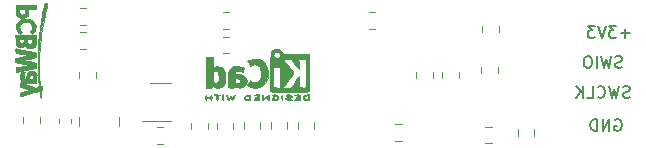
<source format=gbr>
G04 #@! TF.GenerationSoftware,KiCad,Pcbnew,5.1.6+dfsg1-1*
G04 #@! TF.CreationDate,2020-11-01T22:24:16+03:00*
G04 #@! TF.ProjectId,WhitePill,57686974-6550-4696-9c6c-2e6b69636164,rev?*
G04 #@! TF.SameCoordinates,Original*
G04 #@! TF.FileFunction,Legend,Bot*
G04 #@! TF.FilePolarity,Positive*
%FSLAX46Y46*%
G04 Gerber Fmt 4.6, Leading zero omitted, Abs format (unit mm)*
G04 Created by KiCad (PCBNEW 5.1.6+dfsg1-1) date 2020-11-01 22:24:16*
%MOMM*%
%LPD*%
G01*
G04 APERTURE LIST*
%ADD10C,0.150000*%
%ADD11C,0.010000*%
%ADD12C,0.120000*%
G04 APERTURE END LIST*
D10*
X152637904Y-96337428D02*
X151876000Y-96337428D01*
X152256952Y-96718380D02*
X152256952Y-95956476D01*
X151495047Y-95718380D02*
X150876000Y-95718380D01*
X151209333Y-96099333D01*
X151066476Y-96099333D01*
X150971238Y-96146952D01*
X150923619Y-96194571D01*
X150876000Y-96289809D01*
X150876000Y-96527904D01*
X150923619Y-96623142D01*
X150971238Y-96670761D01*
X151066476Y-96718380D01*
X151352190Y-96718380D01*
X151447428Y-96670761D01*
X151495047Y-96623142D01*
X150590285Y-95718380D02*
X150256952Y-96718380D01*
X149923619Y-95718380D01*
X149685523Y-95718380D02*
X149066476Y-95718380D01*
X149399809Y-96099333D01*
X149256952Y-96099333D01*
X149161714Y-96146952D01*
X149114095Y-96194571D01*
X149066476Y-96289809D01*
X149066476Y-96527904D01*
X149114095Y-96623142D01*
X149161714Y-96670761D01*
X149256952Y-96718380D01*
X149542666Y-96718380D01*
X149637904Y-96670761D01*
X149685523Y-96623142D01*
X151987047Y-99210761D02*
X151844190Y-99258380D01*
X151606095Y-99258380D01*
X151510857Y-99210761D01*
X151463238Y-99163142D01*
X151415619Y-99067904D01*
X151415619Y-98972666D01*
X151463238Y-98877428D01*
X151510857Y-98829809D01*
X151606095Y-98782190D01*
X151796571Y-98734571D01*
X151891809Y-98686952D01*
X151939428Y-98639333D01*
X151987047Y-98544095D01*
X151987047Y-98448857D01*
X151939428Y-98353619D01*
X151891809Y-98306000D01*
X151796571Y-98258380D01*
X151558476Y-98258380D01*
X151415619Y-98306000D01*
X151082285Y-98258380D02*
X150844190Y-99258380D01*
X150653714Y-98544095D01*
X150463238Y-99258380D01*
X150225142Y-98258380D01*
X149844190Y-99258380D02*
X149844190Y-98258380D01*
X149177523Y-98258380D02*
X148987047Y-98258380D01*
X148891809Y-98306000D01*
X148796571Y-98401238D01*
X148748952Y-98591714D01*
X148748952Y-98925047D01*
X148796571Y-99115523D01*
X148891809Y-99210761D01*
X148987047Y-99258380D01*
X149177523Y-99258380D01*
X149272761Y-99210761D01*
X149368000Y-99115523D01*
X149415619Y-98925047D01*
X149415619Y-98591714D01*
X149368000Y-98401238D01*
X149272761Y-98306000D01*
X149177523Y-98258380D01*
X152629904Y-101750761D02*
X152487047Y-101798380D01*
X152248952Y-101798380D01*
X152153714Y-101750761D01*
X152106095Y-101703142D01*
X152058476Y-101607904D01*
X152058476Y-101512666D01*
X152106095Y-101417428D01*
X152153714Y-101369809D01*
X152248952Y-101322190D01*
X152439428Y-101274571D01*
X152534666Y-101226952D01*
X152582285Y-101179333D01*
X152629904Y-101084095D01*
X152629904Y-100988857D01*
X152582285Y-100893619D01*
X152534666Y-100846000D01*
X152439428Y-100798380D01*
X152201333Y-100798380D01*
X152058476Y-100846000D01*
X151725142Y-100798380D02*
X151487047Y-101798380D01*
X151296571Y-101084095D01*
X151106095Y-101798380D01*
X150868000Y-100798380D01*
X149915619Y-101703142D02*
X149963238Y-101750761D01*
X150106095Y-101798380D01*
X150201333Y-101798380D01*
X150344190Y-101750761D01*
X150439428Y-101655523D01*
X150487047Y-101560285D01*
X150534666Y-101369809D01*
X150534666Y-101226952D01*
X150487047Y-101036476D01*
X150439428Y-100941238D01*
X150344190Y-100846000D01*
X150201333Y-100798380D01*
X150106095Y-100798380D01*
X149963238Y-100846000D01*
X149915619Y-100893619D01*
X149010857Y-101798380D02*
X149487047Y-101798380D01*
X149487047Y-100798380D01*
X148677523Y-101798380D02*
X148677523Y-100798380D01*
X148106095Y-101798380D02*
X148534666Y-101226952D01*
X148106095Y-100798380D02*
X148677523Y-101369809D01*
X151383904Y-103640000D02*
X151479142Y-103592380D01*
X151622000Y-103592380D01*
X151764857Y-103640000D01*
X151860095Y-103735238D01*
X151907714Y-103830476D01*
X151955333Y-104020952D01*
X151955333Y-104163809D01*
X151907714Y-104354285D01*
X151860095Y-104449523D01*
X151764857Y-104544761D01*
X151622000Y-104592380D01*
X151526761Y-104592380D01*
X151383904Y-104544761D01*
X151336285Y-104497142D01*
X151336285Y-104163809D01*
X151526761Y-104163809D01*
X150907714Y-104592380D02*
X150907714Y-103592380D01*
X150336285Y-104592380D01*
X150336285Y-103592380D01*
X149860095Y-104592380D02*
X149860095Y-103592380D01*
X149622000Y-103592380D01*
X149479142Y-103640000D01*
X149383904Y-103735238D01*
X149336285Y-103830476D01*
X149288666Y-104020952D01*
X149288666Y-104163809D01*
X149336285Y-104354285D01*
X149383904Y-104449523D01*
X149479142Y-104544761D01*
X149622000Y-104592380D01*
X149860095Y-104592380D01*
D11*
G36*
X101438432Y-100996646D02*
G01*
X101541947Y-101025278D01*
X101636113Y-101051675D01*
X101717154Y-101074750D01*
X101781295Y-101093417D01*
X101824759Y-101106588D01*
X101843770Y-101113178D01*
X101844146Y-101113406D01*
X101833447Y-101119143D01*
X101797584Y-101131065D01*
X101740162Y-101148135D01*
X101664782Y-101169314D01*
X101575049Y-101193565D01*
X101475922Y-101219500D01*
X101373182Y-101246130D01*
X101278999Y-101270842D01*
X101197468Y-101292537D01*
X101132684Y-101310118D01*
X101088743Y-101322486D01*
X101070207Y-101328332D01*
X101059478Y-101335526D01*
X101052094Y-101349224D01*
X101047454Y-101373517D01*
X101044955Y-101412497D01*
X101043996Y-101470256D01*
X101043906Y-101507055D01*
X101044455Y-101576524D01*
X101046394Y-101624563D01*
X101050162Y-101654633D01*
X101056196Y-101670193D01*
X101064933Y-101674704D01*
X101065123Y-101674706D01*
X101082814Y-101670487D01*
X101126057Y-101658351D01*
X101192236Y-101639080D01*
X101278739Y-101613456D01*
X101382951Y-101582258D01*
X101502257Y-101546270D01*
X101634043Y-101506272D01*
X101775696Y-101463046D01*
X101872963Y-101433238D01*
X102659586Y-101191771D01*
X102685659Y-101374096D01*
X102702127Y-101489131D01*
X102715532Y-101581660D01*
X102726369Y-101653903D01*
X102735132Y-101708081D01*
X102742319Y-101746415D01*
X102748424Y-101771125D01*
X102753942Y-101784432D01*
X102759370Y-101788556D01*
X102765202Y-101785718D01*
X102771935Y-101778139D01*
X102774962Y-101774313D01*
X102783832Y-101760942D01*
X102789576Y-101744584D01*
X102792259Y-101721235D01*
X102791949Y-101686890D01*
X102788712Y-101637545D01*
X102782614Y-101569195D01*
X102778988Y-101531519D01*
X102771386Y-101454781D01*
X102763790Y-101380505D01*
X102756853Y-101314901D01*
X102751227Y-101264178D01*
X102748746Y-101243429D01*
X102739108Y-101167005D01*
X102793282Y-101152194D01*
X102847456Y-101137382D01*
X102847456Y-100950251D01*
X102847219Y-100878422D01*
X102846167Y-100828020D01*
X102843788Y-100795570D01*
X102839568Y-100777599D01*
X102832995Y-100770633D01*
X102823558Y-100771197D01*
X102821154Y-100771951D01*
X102761863Y-100790689D01*
X102721936Y-100800802D01*
X102705552Y-100801464D01*
X102702764Y-100788018D01*
X102698051Y-100752779D01*
X102691730Y-100698782D01*
X102684116Y-100629067D01*
X102675525Y-100546672D01*
X102666274Y-100454634D01*
X102656677Y-100355992D01*
X102647052Y-100253783D01*
X102637713Y-100151047D01*
X102636466Y-100137009D01*
X102615423Y-99835588D01*
X102603570Y-99512664D01*
X102600744Y-99170398D01*
X102606781Y-98810953D01*
X102621518Y-98436492D01*
X102644793Y-98049177D01*
X102676441Y-97651171D01*
X102716300Y-97244635D01*
X102764207Y-96831732D01*
X102819998Y-96414624D01*
X102883511Y-95995475D01*
X102954581Y-95576445D01*
X102998662Y-95337157D01*
X103024297Y-95204637D01*
X103053740Y-95056973D01*
X103086075Y-94898458D01*
X103120385Y-94733383D01*
X103155754Y-94566039D01*
X103191265Y-94400718D01*
X103226003Y-94241711D01*
X103259051Y-94093312D01*
X103289493Y-93959810D01*
X103316412Y-93845498D01*
X103322728Y-93819417D01*
X103327942Y-93791462D01*
X103321566Y-93781628D01*
X103299139Y-93783843D01*
X103296907Y-93784282D01*
X103262854Y-93790461D01*
X103211758Y-93799110D01*
X103167522Y-93806298D01*
X103074275Y-93821153D01*
X103058661Y-93885012D01*
X103005682Y-94113031D01*
X102952785Y-94362592D01*
X102900488Y-94630338D01*
X102849308Y-94912911D01*
X102799765Y-95206954D01*
X102752375Y-95509109D01*
X102707659Y-95816020D01*
X102666133Y-96124328D01*
X102628316Y-96430677D01*
X102594727Y-96731709D01*
X102565883Y-97024067D01*
X102554855Y-97148774D01*
X102542495Y-97295712D01*
X102532068Y-97424584D01*
X102523369Y-97539682D01*
X102516196Y-97645303D01*
X102510342Y-97745739D01*
X102505605Y-97845285D01*
X102501780Y-97948235D01*
X102498662Y-98058884D01*
X102496048Y-98181525D01*
X102493734Y-98320452D01*
X102491514Y-98479961D01*
X102491500Y-98481029D01*
X102489272Y-98786136D01*
X102491038Y-99072171D01*
X102497057Y-99344773D01*
X102507588Y-99609578D01*
X102522889Y-99872223D01*
X102543220Y-100138348D01*
X102568840Y-100413588D01*
X102589164Y-100606544D01*
X102614729Y-100839509D01*
X102475470Y-100883667D01*
X102336212Y-100927824D01*
X101697977Y-100728520D01*
X101566704Y-100687579D01*
X101444187Y-100649472D01*
X101333265Y-100615072D01*
X101236779Y-100585258D01*
X101157569Y-100560903D01*
X101098473Y-100542885D01*
X101062333Y-100532080D01*
X101051823Y-100529215D01*
X101049016Y-100540934D01*
X101046647Y-100573164D01*
X101044909Y-100621515D01*
X101043996Y-100681598D01*
X101043906Y-100708718D01*
X101043906Y-100888222D01*
X101438432Y-100996646D01*
G37*
X101438432Y-100996646D02*
X101541947Y-101025278D01*
X101636113Y-101051675D01*
X101717154Y-101074750D01*
X101781295Y-101093417D01*
X101824759Y-101106588D01*
X101843770Y-101113178D01*
X101844146Y-101113406D01*
X101833447Y-101119143D01*
X101797584Y-101131065D01*
X101740162Y-101148135D01*
X101664782Y-101169314D01*
X101575049Y-101193565D01*
X101475922Y-101219500D01*
X101373182Y-101246130D01*
X101278999Y-101270842D01*
X101197468Y-101292537D01*
X101132684Y-101310118D01*
X101088743Y-101322486D01*
X101070207Y-101328332D01*
X101059478Y-101335526D01*
X101052094Y-101349224D01*
X101047454Y-101373517D01*
X101044955Y-101412497D01*
X101043996Y-101470256D01*
X101043906Y-101507055D01*
X101044455Y-101576524D01*
X101046394Y-101624563D01*
X101050162Y-101654633D01*
X101056196Y-101670193D01*
X101064933Y-101674704D01*
X101065123Y-101674706D01*
X101082814Y-101670487D01*
X101126057Y-101658351D01*
X101192236Y-101639080D01*
X101278739Y-101613456D01*
X101382951Y-101582258D01*
X101502257Y-101546270D01*
X101634043Y-101506272D01*
X101775696Y-101463046D01*
X101872963Y-101433238D01*
X102659586Y-101191771D01*
X102685659Y-101374096D01*
X102702127Y-101489131D01*
X102715532Y-101581660D01*
X102726369Y-101653903D01*
X102735132Y-101708081D01*
X102742319Y-101746415D01*
X102748424Y-101771125D01*
X102753942Y-101784432D01*
X102759370Y-101788556D01*
X102765202Y-101785718D01*
X102771935Y-101778139D01*
X102774962Y-101774313D01*
X102783832Y-101760942D01*
X102789576Y-101744584D01*
X102792259Y-101721235D01*
X102791949Y-101686890D01*
X102788712Y-101637545D01*
X102782614Y-101569195D01*
X102778988Y-101531519D01*
X102771386Y-101454781D01*
X102763790Y-101380505D01*
X102756853Y-101314901D01*
X102751227Y-101264178D01*
X102748746Y-101243429D01*
X102739108Y-101167005D01*
X102793282Y-101152194D01*
X102847456Y-101137382D01*
X102847456Y-100950251D01*
X102847219Y-100878422D01*
X102846167Y-100828020D01*
X102843788Y-100795570D01*
X102839568Y-100777599D01*
X102832995Y-100770633D01*
X102823558Y-100771197D01*
X102821154Y-100771951D01*
X102761863Y-100790689D01*
X102721936Y-100800802D01*
X102705552Y-100801464D01*
X102702764Y-100788018D01*
X102698051Y-100752779D01*
X102691730Y-100698782D01*
X102684116Y-100629067D01*
X102675525Y-100546672D01*
X102666274Y-100454634D01*
X102656677Y-100355992D01*
X102647052Y-100253783D01*
X102637713Y-100151047D01*
X102636466Y-100137009D01*
X102615423Y-99835588D01*
X102603570Y-99512664D01*
X102600744Y-99170398D01*
X102606781Y-98810953D01*
X102621518Y-98436492D01*
X102644793Y-98049177D01*
X102676441Y-97651171D01*
X102716300Y-97244635D01*
X102764207Y-96831732D01*
X102819998Y-96414624D01*
X102883511Y-95995475D01*
X102954581Y-95576445D01*
X102998662Y-95337157D01*
X103024297Y-95204637D01*
X103053740Y-95056973D01*
X103086075Y-94898458D01*
X103120385Y-94733383D01*
X103155754Y-94566039D01*
X103191265Y-94400718D01*
X103226003Y-94241711D01*
X103259051Y-94093312D01*
X103289493Y-93959810D01*
X103316412Y-93845498D01*
X103322728Y-93819417D01*
X103327942Y-93791462D01*
X103321566Y-93781628D01*
X103299139Y-93783843D01*
X103296907Y-93784282D01*
X103262854Y-93790461D01*
X103211758Y-93799110D01*
X103167522Y-93806298D01*
X103074275Y-93821153D01*
X103058661Y-93885012D01*
X103005682Y-94113031D01*
X102952785Y-94362592D01*
X102900488Y-94630338D01*
X102849308Y-94912911D01*
X102799765Y-95206954D01*
X102752375Y-95509109D01*
X102707659Y-95816020D01*
X102666133Y-96124328D01*
X102628316Y-96430677D01*
X102594727Y-96731709D01*
X102565883Y-97024067D01*
X102554855Y-97148774D01*
X102542495Y-97295712D01*
X102532068Y-97424584D01*
X102523369Y-97539682D01*
X102516196Y-97645303D01*
X102510342Y-97745739D01*
X102505605Y-97845285D01*
X102501780Y-97948235D01*
X102498662Y-98058884D01*
X102496048Y-98181525D01*
X102493734Y-98320452D01*
X102491514Y-98479961D01*
X102491500Y-98481029D01*
X102489272Y-98786136D01*
X102491038Y-99072171D01*
X102497057Y-99344773D01*
X102507588Y-99609578D01*
X102522889Y-99872223D01*
X102543220Y-100138348D01*
X102568840Y-100413588D01*
X102589164Y-100606544D01*
X102614729Y-100839509D01*
X102475470Y-100883667D01*
X102336212Y-100927824D01*
X101697977Y-100728520D01*
X101566704Y-100687579D01*
X101444187Y-100649472D01*
X101333265Y-100615072D01*
X101236779Y-100585258D01*
X101157569Y-100560903D01*
X101098473Y-100542885D01*
X101062333Y-100532080D01*
X101051823Y-100529215D01*
X101049016Y-100540934D01*
X101046647Y-100573164D01*
X101044909Y-100621515D01*
X101043996Y-100681598D01*
X101043906Y-100708718D01*
X101043906Y-100888222D01*
X101438432Y-100996646D01*
G36*
X101024682Y-100163807D02*
G01*
X101037620Y-100227184D01*
X101061714Y-100306800D01*
X101091425Y-100368557D01*
X101130878Y-100419467D01*
X101173401Y-100458048D01*
X101200948Y-100479234D01*
X101227933Y-100496509D01*
X101257651Y-100510271D01*
X101293398Y-100520917D01*
X101338468Y-100528846D01*
X101396156Y-100534455D01*
X101469757Y-100538143D01*
X101562566Y-100540307D01*
X101677878Y-100541345D01*
X101818987Y-100541656D01*
X101865695Y-100541666D01*
X102366509Y-100541666D01*
X102366509Y-100205490D01*
X102228129Y-100205490D01*
X102277012Y-100159367D01*
X102339156Y-100083375D01*
X102382080Y-99994280D01*
X102403395Y-99899552D01*
X102400709Y-99806663D01*
X102396414Y-99786221D01*
X102360692Y-99702329D01*
X102299090Y-99629720D01*
X102213769Y-99570708D01*
X102179435Y-99554017D01*
X102116547Y-99535952D01*
X102036231Y-99526470D01*
X101968635Y-99525766D01*
X101968635Y-99869313D01*
X102018762Y-99876719D01*
X102062912Y-99902328D01*
X102067074Y-99905709D01*
X102093035Y-99930682D01*
X102106220Y-99956404D01*
X102110720Y-99992869D01*
X102111006Y-100012970D01*
X102104505Y-100073601D01*
X102081696Y-100127522D01*
X102071044Y-100144663D01*
X102031081Y-100205490D01*
X101748934Y-100205490D01*
X101756469Y-100165024D01*
X101763062Y-100127451D01*
X101770760Y-100080665D01*
X101773579Y-100062770D01*
X101793079Y-99983765D01*
X101824563Y-99926598D01*
X101869551Y-99889760D01*
X101929563Y-99871745D01*
X101968635Y-99869313D01*
X101968635Y-99525766D01*
X101949273Y-99525564D01*
X101866459Y-99533225D01*
X101798576Y-99549446D01*
X101786447Y-99554282D01*
X101709257Y-99599125D01*
X101645807Y-99660143D01*
X101595312Y-99738845D01*
X101556990Y-99836737D01*
X101530055Y-99955327D01*
X101515376Y-100075309D01*
X101508889Y-100136863D01*
X101500124Y-100176690D01*
X101486423Y-100197963D01*
X101465125Y-100203852D01*
X101433572Y-100197533D01*
X101417353Y-100192252D01*
X101373560Y-100164361D01*
X101341280Y-100117142D01*
X101320772Y-100054358D01*
X101312296Y-99979772D01*
X101316111Y-99897148D01*
X101332478Y-99810248D01*
X101361656Y-99722837D01*
X101381902Y-99678578D01*
X101396580Y-99646415D01*
X101404279Y-99623565D01*
X101404616Y-99620694D01*
X101390078Y-99614631D01*
X101348310Y-99610372D01*
X101282080Y-99608136D01*
X101240356Y-99607843D01*
X101076096Y-99607843D01*
X101059770Y-99673210D01*
X101025108Y-99851113D01*
X101013401Y-100014901D01*
X101024682Y-100163807D01*
G37*
X101024682Y-100163807D02*
X101037620Y-100227184D01*
X101061714Y-100306800D01*
X101091425Y-100368557D01*
X101130878Y-100419467D01*
X101173401Y-100458048D01*
X101200948Y-100479234D01*
X101227933Y-100496509D01*
X101257651Y-100510271D01*
X101293398Y-100520917D01*
X101338468Y-100528846D01*
X101396156Y-100534455D01*
X101469757Y-100538143D01*
X101562566Y-100540307D01*
X101677878Y-100541345D01*
X101818987Y-100541656D01*
X101865695Y-100541666D01*
X102366509Y-100541666D01*
X102366509Y-100205490D01*
X102228129Y-100205490D01*
X102277012Y-100159367D01*
X102339156Y-100083375D01*
X102382080Y-99994280D01*
X102403395Y-99899552D01*
X102400709Y-99806663D01*
X102396414Y-99786221D01*
X102360692Y-99702329D01*
X102299090Y-99629720D01*
X102213769Y-99570708D01*
X102179435Y-99554017D01*
X102116547Y-99535952D01*
X102036231Y-99526470D01*
X101968635Y-99525766D01*
X101968635Y-99869313D01*
X102018762Y-99876719D01*
X102062912Y-99902328D01*
X102067074Y-99905709D01*
X102093035Y-99930682D01*
X102106220Y-99956404D01*
X102110720Y-99992869D01*
X102111006Y-100012970D01*
X102104505Y-100073601D01*
X102081696Y-100127522D01*
X102071044Y-100144663D01*
X102031081Y-100205490D01*
X101748934Y-100205490D01*
X101756469Y-100165024D01*
X101763062Y-100127451D01*
X101770760Y-100080665D01*
X101773579Y-100062770D01*
X101793079Y-99983765D01*
X101824563Y-99926598D01*
X101869551Y-99889760D01*
X101929563Y-99871745D01*
X101968635Y-99869313D01*
X101968635Y-99525766D01*
X101949273Y-99525564D01*
X101866459Y-99533225D01*
X101798576Y-99549446D01*
X101786447Y-99554282D01*
X101709257Y-99599125D01*
X101645807Y-99660143D01*
X101595312Y-99738845D01*
X101556990Y-99836737D01*
X101530055Y-99955327D01*
X101515376Y-100075309D01*
X101508889Y-100136863D01*
X101500124Y-100176690D01*
X101486423Y-100197963D01*
X101465125Y-100203852D01*
X101433572Y-100197533D01*
X101417353Y-100192252D01*
X101373560Y-100164361D01*
X101341280Y-100117142D01*
X101320772Y-100054358D01*
X101312296Y-99979772D01*
X101316111Y-99897148D01*
X101332478Y-99810248D01*
X101361656Y-99722837D01*
X101381902Y-99678578D01*
X101396580Y-99646415D01*
X101404279Y-99623565D01*
X101404616Y-99620694D01*
X101390078Y-99614631D01*
X101348310Y-99610372D01*
X101282080Y-99608136D01*
X101240356Y-99607843D01*
X101076096Y-99607843D01*
X101059770Y-99673210D01*
X101025108Y-99851113D01*
X101013401Y-100014901D01*
X101024682Y-100163807D01*
G36*
X100626192Y-96840612D02*
G01*
X100628033Y-96949676D01*
X100629928Y-97036970D01*
X100632142Y-97105623D01*
X100634938Y-97158766D01*
X100638580Y-97199531D01*
X100643332Y-97231047D01*
X100649459Y-97256445D01*
X100657225Y-97278856D01*
X100664633Y-97296375D01*
X100713444Y-97381365D01*
X100775625Y-97444518D01*
X100853333Y-97487101D01*
X100948724Y-97510380D01*
X101038432Y-97515956D01*
X101149895Y-97505459D01*
X101245902Y-97473631D01*
X101326709Y-97420368D01*
X101359065Y-97388399D01*
X101411207Y-97330285D01*
X101438043Y-97389883D01*
X101471916Y-97446385D01*
X101518901Y-97500490D01*
X101571805Y-97545124D01*
X101623435Y-97573208D01*
X101624907Y-97573728D01*
X101671790Y-97583037D01*
X101747973Y-97588731D01*
X101853011Y-97590778D01*
X101859959Y-97590784D01*
X101937834Y-97590567D01*
X101992546Y-97589213D01*
X102030992Y-97585665D01*
X102060066Y-97578868D01*
X102086666Y-97567766D01*
X102117642Y-97551326D01*
X102170190Y-97516767D01*
X102221133Y-97474309D01*
X102240240Y-97454831D01*
X102275391Y-97411146D01*
X102304401Y-97364665D01*
X102327812Y-97312617D01*
X102346165Y-97252228D01*
X102360002Y-97180727D01*
X102369867Y-97095342D01*
X102376301Y-96993299D01*
X102379845Y-96871826D01*
X102381033Y-96734779D01*
X102381539Y-96457745D01*
X102054132Y-96457745D01*
X102054132Y-96818823D01*
X102048080Y-96958897D01*
X102044035Y-97026626D01*
X102037908Y-97075646D01*
X102028449Y-97112136D01*
X102014406Y-97142281D01*
X102009292Y-97150728D01*
X101964730Y-97197083D01*
X101904736Y-97226738D01*
X101836674Y-97238707D01*
X101767905Y-97232004D01*
X101705794Y-97205644D01*
X101689333Y-97193569D01*
X101657371Y-97159462D01*
X101635317Y-97116098D01*
X101621888Y-97059102D01*
X101615802Y-96984100D01*
X101615114Y-96940220D01*
X101615030Y-96818823D01*
X102054132Y-96818823D01*
X102054132Y-96457745D01*
X100953728Y-96457745D01*
X100953728Y-96818823D01*
X101314438Y-96818823D01*
X101314354Y-96909093D01*
X101312118Y-96961831D01*
X101306355Y-97011478D01*
X101298807Y-97045487D01*
X101268306Y-97096719D01*
X101218205Y-97129307D01*
X101150008Y-97142337D01*
X101138825Y-97142549D01*
X101062612Y-97134118D01*
X101006174Y-97109600D01*
X100972085Y-97070160D01*
X100970387Y-97066363D01*
X100962493Y-97035104D01*
X100956621Y-96988043D01*
X100953825Y-96934268D01*
X100953728Y-96922799D01*
X100953728Y-96818823D01*
X100953728Y-96457745D01*
X100620173Y-96457745D01*
X100626192Y-96840612D01*
G37*
X100626192Y-96840612D02*
X100628033Y-96949676D01*
X100629928Y-97036970D01*
X100632142Y-97105623D01*
X100634938Y-97158766D01*
X100638580Y-97199531D01*
X100643332Y-97231047D01*
X100649459Y-97256445D01*
X100657225Y-97278856D01*
X100664633Y-97296375D01*
X100713444Y-97381365D01*
X100775625Y-97444518D01*
X100853333Y-97487101D01*
X100948724Y-97510380D01*
X101038432Y-97515956D01*
X101149895Y-97505459D01*
X101245902Y-97473631D01*
X101326709Y-97420368D01*
X101359065Y-97388399D01*
X101411207Y-97330285D01*
X101438043Y-97389883D01*
X101471916Y-97446385D01*
X101518901Y-97500490D01*
X101571805Y-97545124D01*
X101623435Y-97573208D01*
X101624907Y-97573728D01*
X101671790Y-97583037D01*
X101747973Y-97588731D01*
X101853011Y-97590778D01*
X101859959Y-97590784D01*
X101937834Y-97590567D01*
X101992546Y-97589213D01*
X102030992Y-97585665D01*
X102060066Y-97578868D01*
X102086666Y-97567766D01*
X102117642Y-97551326D01*
X102170190Y-97516767D01*
X102221133Y-97474309D01*
X102240240Y-97454831D01*
X102275391Y-97411146D01*
X102304401Y-97364665D01*
X102327812Y-97312617D01*
X102346165Y-97252228D01*
X102360002Y-97180727D01*
X102369867Y-97095342D01*
X102376301Y-96993299D01*
X102379845Y-96871826D01*
X102381033Y-96734779D01*
X102381539Y-96457745D01*
X102054132Y-96457745D01*
X102054132Y-96818823D01*
X102048080Y-96958897D01*
X102044035Y-97026626D01*
X102037908Y-97075646D01*
X102028449Y-97112136D01*
X102014406Y-97142281D01*
X102009292Y-97150728D01*
X101964730Y-97197083D01*
X101904736Y-97226738D01*
X101836674Y-97238707D01*
X101767905Y-97232004D01*
X101705794Y-97205644D01*
X101689333Y-97193569D01*
X101657371Y-97159462D01*
X101635317Y-97116098D01*
X101621888Y-97059102D01*
X101615802Y-96984100D01*
X101615114Y-96940220D01*
X101615030Y-96818823D01*
X102054132Y-96818823D01*
X102054132Y-96457745D01*
X100953728Y-96457745D01*
X100953728Y-96818823D01*
X101314438Y-96818823D01*
X101314354Y-96909093D01*
X101312118Y-96961831D01*
X101306355Y-97011478D01*
X101298807Y-97045487D01*
X101268306Y-97096719D01*
X101218205Y-97129307D01*
X101150008Y-97142337D01*
X101138825Y-97142549D01*
X101062612Y-97134118D01*
X101006174Y-97109600D01*
X100972085Y-97070160D01*
X100970387Y-97066363D01*
X100962493Y-97035104D01*
X100956621Y-96988043D01*
X100953825Y-96934268D01*
X100953728Y-96922799D01*
X100953728Y-96818823D01*
X100953728Y-96457745D01*
X100620173Y-96457745D01*
X100626192Y-96840612D01*
G36*
X100655834Y-94350416D02*
G01*
X100657273Y-94460295D01*
X100658726Y-94548265D01*
X100660455Y-94617318D01*
X100662725Y-94670444D01*
X100665801Y-94710638D01*
X100669945Y-94740889D01*
X100675422Y-94764190D01*
X100682497Y-94783533D01*
X100691432Y-94801909D01*
X100696507Y-94811353D01*
X100744520Y-94876082D01*
X100812616Y-94937331D01*
X100891718Y-94988182D01*
X100972342Y-95021600D01*
X101055126Y-95037454D01*
X101153393Y-95044278D01*
X101254723Y-95042067D01*
X101346695Y-95030815D01*
X101385381Y-95021771D01*
X101466239Y-94988205D01*
X101545270Y-94937203D01*
X101613251Y-94875463D01*
X101648550Y-94830628D01*
X101674849Y-94782179D01*
X101694471Y-94725229D01*
X101708077Y-94656047D01*
X101716324Y-94570901D01*
X101719871Y-94466060D01*
X101720123Y-94425122D01*
X101720237Y-94241470D01*
X102366509Y-94241470D01*
X102366509Y-93955098D01*
X101419645Y-93955098D01*
X101419645Y-94241470D01*
X101419561Y-94400220D01*
X101418241Y-94465633D01*
X101414707Y-94526541D01*
X101409497Y-94576156D01*
X101403148Y-94607694D01*
X101403115Y-94607793D01*
X101370543Y-94664565D01*
X101319344Y-94707455D01*
X101255699Y-94735063D01*
X101185791Y-94745992D01*
X101115802Y-94738844D01*
X101051913Y-94712220D01*
X101026239Y-94693017D01*
X100998535Y-94666256D01*
X100978379Y-94639546D01*
X100964294Y-94608067D01*
X100954800Y-94566998D01*
X100948421Y-94511519D01*
X100943677Y-94436810D01*
X100942897Y-94421251D01*
X100934104Y-94241470D01*
X101419645Y-94241470D01*
X101419645Y-93955098D01*
X100650899Y-93955098D01*
X100655834Y-94350416D01*
G37*
X100655834Y-94350416D02*
X100657273Y-94460295D01*
X100658726Y-94548265D01*
X100660455Y-94617318D01*
X100662725Y-94670444D01*
X100665801Y-94710638D01*
X100669945Y-94740889D01*
X100675422Y-94764190D01*
X100682497Y-94783533D01*
X100691432Y-94801909D01*
X100696507Y-94811353D01*
X100744520Y-94876082D01*
X100812616Y-94937331D01*
X100891718Y-94988182D01*
X100972342Y-95021600D01*
X101055126Y-95037454D01*
X101153393Y-95044278D01*
X101254723Y-95042067D01*
X101346695Y-95030815D01*
X101385381Y-95021771D01*
X101466239Y-94988205D01*
X101545270Y-94937203D01*
X101613251Y-94875463D01*
X101648550Y-94830628D01*
X101674849Y-94782179D01*
X101694471Y-94725229D01*
X101708077Y-94656047D01*
X101716324Y-94570901D01*
X101719871Y-94466060D01*
X101720123Y-94425122D01*
X101720237Y-94241470D01*
X102366509Y-94241470D01*
X102366509Y-93955098D01*
X101419645Y-93955098D01*
X101419645Y-94241470D01*
X101419561Y-94400220D01*
X101418241Y-94465633D01*
X101414707Y-94526541D01*
X101409497Y-94576156D01*
X101403148Y-94607694D01*
X101403115Y-94607793D01*
X101370543Y-94664565D01*
X101319344Y-94707455D01*
X101255699Y-94735063D01*
X101185791Y-94745992D01*
X101115802Y-94738844D01*
X101051913Y-94712220D01*
X101026239Y-94693017D01*
X100998535Y-94666256D01*
X100978379Y-94639546D01*
X100964294Y-94608067D01*
X100954800Y-94566998D01*
X100948421Y-94511519D01*
X100943677Y-94436810D01*
X100942897Y-94421251D01*
X100934104Y-94241470D01*
X101419645Y-94241470D01*
X101419645Y-93955098D01*
X100650899Y-93955098D01*
X100655834Y-94350416D01*
G36*
X100623722Y-97875444D02*
G01*
X100627025Y-97926678D01*
X100631965Y-97966282D01*
X100638512Y-97989043D01*
X100641864Y-97992369D01*
X100660433Y-97996107D01*
X100705069Y-98004199D01*
X100772379Y-98016057D01*
X100858968Y-98031091D01*
X100961444Y-98048712D01*
X101076412Y-98068332D01*
X101200479Y-98089361D01*
X101205428Y-98090197D01*
X101328852Y-98111208D01*
X101442483Y-98130874D01*
X101543078Y-98148607D01*
X101627391Y-98163821D01*
X101692177Y-98175931D01*
X101734191Y-98184350D01*
X101750189Y-98188492D01*
X101750251Y-98188599D01*
X101736192Y-98192924D01*
X101696090Y-98202522D01*
X101633089Y-98216705D01*
X101550331Y-98234791D01*
X101450962Y-98256092D01*
X101338123Y-98279924D01*
X101214958Y-98305602D01*
X101186687Y-98311451D01*
X100623077Y-98427910D01*
X100623077Y-98794565D01*
X100814704Y-98832576D01*
X100885501Y-98846582D01*
X100978489Y-98864924D01*
X101086610Y-98886213D01*
X101202801Y-98909059D01*
X101320001Y-98932072D01*
X101378291Y-98943504D01*
X101479185Y-98963517D01*
X101569683Y-98981917D01*
X101645897Y-98997876D01*
X101703939Y-99010568D01*
X101739919Y-99019165D01*
X101750253Y-99022647D01*
X101736084Y-99026565D01*
X101695720Y-99035031D01*
X101632371Y-99047437D01*
X101549251Y-99063175D01*
X101449570Y-99081639D01*
X101336541Y-99102222D01*
X101213377Y-99124315D01*
X101197938Y-99127062D01*
X101073179Y-99149410D01*
X100957663Y-99170426D01*
X100854696Y-99189484D01*
X100767580Y-99205959D01*
X100699619Y-99219224D01*
X100654116Y-99228656D01*
X100634374Y-99233627D01*
X100633933Y-99233863D01*
X100630045Y-99248766D01*
X100627293Y-99283888D01*
X100625862Y-99334558D01*
X100625938Y-99396108D01*
X100626418Y-99422095D01*
X100630592Y-99601715D01*
X102358994Y-99238533D01*
X102358994Y-98831042D01*
X101837558Y-98718395D01*
X101718503Y-98692366D01*
X101609977Y-98668040D01*
X101515091Y-98646162D01*
X101436956Y-98627475D01*
X101378682Y-98612723D01*
X101343381Y-98602649D01*
X101334067Y-98598034D01*
X101352423Y-98593318D01*
X101396495Y-98583395D01*
X101462812Y-98569005D01*
X101547900Y-98550888D01*
X101648288Y-98529784D01*
X101760502Y-98506435D01*
X101859261Y-98486059D01*
X102366509Y-98381798D01*
X102366509Y-98178890D01*
X102365865Y-98097679D01*
X102363777Y-98038794D01*
X102360016Y-97999677D01*
X102354350Y-97977773D01*
X102347722Y-97970737D01*
X102326696Y-97965878D01*
X102280200Y-97955780D01*
X102211382Y-97941098D01*
X102123393Y-97922486D01*
X102019382Y-97900600D01*
X101902498Y-97876095D01*
X101775892Y-97849625D01*
X101642713Y-97821844D01*
X101506111Y-97793408D01*
X101369235Y-97764972D01*
X101235235Y-97737190D01*
X101107260Y-97710716D01*
X100988460Y-97686207D01*
X100881985Y-97664316D01*
X100790985Y-97645698D01*
X100718608Y-97631008D01*
X100668005Y-97620901D01*
X100642325Y-97616032D01*
X100639835Y-97615686D01*
X100632731Y-97627245D01*
X100627432Y-97658447D01*
X100623910Y-97704081D01*
X100622137Y-97758933D01*
X100622083Y-97817791D01*
X100623722Y-97875444D01*
G37*
X100623722Y-97875444D02*
X100627025Y-97926678D01*
X100631965Y-97966282D01*
X100638512Y-97989043D01*
X100641864Y-97992369D01*
X100660433Y-97996107D01*
X100705069Y-98004199D01*
X100772379Y-98016057D01*
X100858968Y-98031091D01*
X100961444Y-98048712D01*
X101076412Y-98068332D01*
X101200479Y-98089361D01*
X101205428Y-98090197D01*
X101328852Y-98111208D01*
X101442483Y-98130874D01*
X101543078Y-98148607D01*
X101627391Y-98163821D01*
X101692177Y-98175931D01*
X101734191Y-98184350D01*
X101750189Y-98188492D01*
X101750251Y-98188599D01*
X101736192Y-98192924D01*
X101696090Y-98202522D01*
X101633089Y-98216705D01*
X101550331Y-98234791D01*
X101450962Y-98256092D01*
X101338123Y-98279924D01*
X101214958Y-98305602D01*
X101186687Y-98311451D01*
X100623077Y-98427910D01*
X100623077Y-98794565D01*
X100814704Y-98832576D01*
X100885501Y-98846582D01*
X100978489Y-98864924D01*
X101086610Y-98886213D01*
X101202801Y-98909059D01*
X101320001Y-98932072D01*
X101378291Y-98943504D01*
X101479185Y-98963517D01*
X101569683Y-98981917D01*
X101645897Y-98997876D01*
X101703939Y-99010568D01*
X101739919Y-99019165D01*
X101750253Y-99022647D01*
X101736084Y-99026565D01*
X101695720Y-99035031D01*
X101632371Y-99047437D01*
X101549251Y-99063175D01*
X101449570Y-99081639D01*
X101336541Y-99102222D01*
X101213377Y-99124315D01*
X101197938Y-99127062D01*
X101073179Y-99149410D01*
X100957663Y-99170426D01*
X100854696Y-99189484D01*
X100767580Y-99205959D01*
X100699619Y-99219224D01*
X100654116Y-99228656D01*
X100634374Y-99233627D01*
X100633933Y-99233863D01*
X100630045Y-99248766D01*
X100627293Y-99283888D01*
X100625862Y-99334558D01*
X100625938Y-99396108D01*
X100626418Y-99422095D01*
X100630592Y-99601715D01*
X102358994Y-99238533D01*
X102358994Y-98831042D01*
X101837558Y-98718395D01*
X101718503Y-98692366D01*
X101609977Y-98668040D01*
X101515091Y-98646162D01*
X101436956Y-98627475D01*
X101378682Y-98612723D01*
X101343381Y-98602649D01*
X101334067Y-98598034D01*
X101352423Y-98593318D01*
X101396495Y-98583395D01*
X101462812Y-98569005D01*
X101547900Y-98550888D01*
X101648288Y-98529784D01*
X101760502Y-98506435D01*
X101859261Y-98486059D01*
X102366509Y-98381798D01*
X102366509Y-98178890D01*
X102365865Y-98097679D01*
X102363777Y-98038794D01*
X102360016Y-97999677D01*
X102354350Y-97977773D01*
X102347722Y-97970737D01*
X102326696Y-97965878D01*
X102280200Y-97955780D01*
X102211382Y-97941098D01*
X102123393Y-97922486D01*
X102019382Y-97900600D01*
X101902498Y-97876095D01*
X101775892Y-97849625D01*
X101642713Y-97821844D01*
X101506111Y-97793408D01*
X101369235Y-97764972D01*
X101235235Y-97737190D01*
X101107260Y-97710716D01*
X100988460Y-97686207D01*
X100881985Y-97664316D01*
X100790985Y-97645698D01*
X100718608Y-97631008D01*
X100668005Y-97620901D01*
X100642325Y-97616032D01*
X100639835Y-97615686D01*
X100632731Y-97627245D01*
X100627432Y-97658447D01*
X100623910Y-97704081D01*
X100622137Y-97758933D01*
X100622083Y-97817791D01*
X100623722Y-97875444D01*
G36*
X100668229Y-95841465D02*
G01*
X100675638Y-95922867D01*
X100689854Y-95987713D01*
X100732840Y-96087855D01*
X100794883Y-96187266D01*
X100869291Y-96275820D01*
X100898874Y-96304035D01*
X100936240Y-96337148D01*
X100963659Y-96357084D01*
X100986862Y-96362886D01*
X101011575Y-96353596D01*
X101043529Y-96328256D01*
X101088452Y-96285910D01*
X101105592Y-96269480D01*
X101181546Y-96196848D01*
X101121830Y-96137419D01*
X101043542Y-96043375D01*
X100990122Y-95943363D01*
X100962905Y-95841037D01*
X100963225Y-95740051D01*
X100967728Y-95715601D01*
X101004552Y-95611189D01*
X101064212Y-95521604D01*
X101144766Y-95448463D01*
X101244273Y-95393380D01*
X101360789Y-95357970D01*
X101407098Y-95350273D01*
X101538328Y-95344045D01*
X101659647Y-95360559D01*
X101768772Y-95398846D01*
X101863422Y-95457935D01*
X101941313Y-95536858D01*
X101978958Y-95593161D01*
X102002710Y-95637016D01*
X102017357Y-95672999D01*
X102025061Y-95710070D01*
X102027984Y-95757188D01*
X102028344Y-95797843D01*
X102027349Y-95856663D01*
X102022996Y-95899357D01*
X102013231Y-95934679D01*
X101995999Y-95971381D01*
X101981596Y-95997058D01*
X101946731Y-96049476D01*
X101904013Y-96102831D01*
X101870836Y-96137620D01*
X101842122Y-96164589D01*
X101825211Y-96184986D01*
X101821993Y-96203024D01*
X101834356Y-96222914D01*
X101864192Y-96248866D01*
X101913389Y-96285093D01*
X101948233Y-96310095D01*
X102033448Y-96371322D01*
X102118807Y-96280946D01*
X102193077Y-96195989D01*
X102246860Y-96118713D01*
X102284371Y-96042610D01*
X102297862Y-96004499D01*
X102315714Y-95927249D01*
X102326111Y-95838698D01*
X102328290Y-95750161D01*
X102321489Y-95672957D01*
X102320550Y-95667696D01*
X102282488Y-95539269D01*
X102219971Y-95423595D01*
X102135296Y-95322314D01*
X102030760Y-95237065D01*
X101908660Y-95169489D01*
X101771292Y-95121225D01*
X101620954Y-95093912D01*
X101508717Y-95088137D01*
X101386013Y-95092794D01*
X101279355Y-95108202D01*
X101176578Y-95136514D01*
X101121572Y-95156680D01*
X101005311Y-95215400D01*
X100900017Y-95294310D01*
X100809530Y-95389410D01*
X100737691Y-95496697D01*
X100690300Y-95606001D01*
X100675571Y-95673318D01*
X100668210Y-95755044D01*
X100668229Y-95841465D01*
G37*
X100668229Y-95841465D02*
X100675638Y-95922867D01*
X100689854Y-95987713D01*
X100732840Y-96087855D01*
X100794883Y-96187266D01*
X100869291Y-96275820D01*
X100898874Y-96304035D01*
X100936240Y-96337148D01*
X100963659Y-96357084D01*
X100986862Y-96362886D01*
X101011575Y-96353596D01*
X101043529Y-96328256D01*
X101088452Y-96285910D01*
X101105592Y-96269480D01*
X101181546Y-96196848D01*
X101121830Y-96137419D01*
X101043542Y-96043375D01*
X100990122Y-95943363D01*
X100962905Y-95841037D01*
X100963225Y-95740051D01*
X100967728Y-95715601D01*
X101004552Y-95611189D01*
X101064212Y-95521604D01*
X101144766Y-95448463D01*
X101244273Y-95393380D01*
X101360789Y-95357970D01*
X101407098Y-95350273D01*
X101538328Y-95344045D01*
X101659647Y-95360559D01*
X101768772Y-95398846D01*
X101863422Y-95457935D01*
X101941313Y-95536858D01*
X101978958Y-95593161D01*
X102002710Y-95637016D01*
X102017357Y-95672999D01*
X102025061Y-95710070D01*
X102027984Y-95757188D01*
X102028344Y-95797843D01*
X102027349Y-95856663D01*
X102022996Y-95899357D01*
X102013231Y-95934679D01*
X101995999Y-95971381D01*
X101981596Y-95997058D01*
X101946731Y-96049476D01*
X101904013Y-96102831D01*
X101870836Y-96137620D01*
X101842122Y-96164589D01*
X101825211Y-96184986D01*
X101821993Y-96203024D01*
X101834356Y-96222914D01*
X101864192Y-96248866D01*
X101913389Y-96285093D01*
X101948233Y-96310095D01*
X102033448Y-96371322D01*
X102118807Y-96280946D01*
X102193077Y-96195989D01*
X102246860Y-96118713D01*
X102284371Y-96042610D01*
X102297862Y-96004499D01*
X102315714Y-95927249D01*
X102326111Y-95838698D01*
X102328290Y-95750161D01*
X102321489Y-95672957D01*
X102320550Y-95667696D01*
X102282488Y-95539269D01*
X102219971Y-95423595D01*
X102135296Y-95322314D01*
X102030760Y-95237065D01*
X101908660Y-95169489D01*
X101771292Y-95121225D01*
X101620954Y-95093912D01*
X101508717Y-95088137D01*
X101386013Y-95092794D01*
X101279355Y-95108202D01*
X101176578Y-95136514D01*
X101121572Y-95156680D01*
X101005311Y-95215400D01*
X100900017Y-95294310D01*
X100809530Y-95389410D01*
X100737691Y-95496697D01*
X100690300Y-95606001D01*
X100675571Y-95673318D01*
X100668210Y-95755044D01*
X100668229Y-95841465D01*
G36*
X125219305Y-101521589D02*
G01*
X125148119Y-101538844D01*
X125049595Y-101582866D01*
X124991621Y-101656651D01*
X124985581Y-101670169D01*
X124958141Y-101785667D01*
X124987565Y-101880037D01*
X125055561Y-101950015D01*
X125133908Y-101988755D01*
X125236171Y-102010733D01*
X125342148Y-102015366D01*
X125431635Y-102002070D01*
X125484432Y-101970261D01*
X125488479Y-101962528D01*
X125501414Y-101892320D01*
X125506953Y-101787090D01*
X125506484Y-101758750D01*
X125412500Y-101758750D01*
X125412500Y-101917500D01*
X125285500Y-101917500D01*
X125157828Y-101895404D01*
X125094273Y-101853272D01*
X125051359Y-101795161D01*
X125056777Y-101740405D01*
X125064453Y-101724752D01*
X125133775Y-101655208D01*
X125242831Y-101610769D01*
X125335192Y-101600000D01*
X125381106Y-101605446D01*
X125404013Y-101632584D01*
X125411802Y-101697613D01*
X125412500Y-101758750D01*
X125506484Y-101758750D01*
X125505093Y-101674887D01*
X125495837Y-101583755D01*
X125488479Y-101554971D01*
X125441840Y-101517168D01*
X125348400Y-101505864D01*
X125219305Y-101521589D01*
G37*
X125219305Y-101521589D02*
X125148119Y-101538844D01*
X125049595Y-101582866D01*
X124991621Y-101656651D01*
X124985581Y-101670169D01*
X124958141Y-101785667D01*
X124987565Y-101880037D01*
X125055561Y-101950015D01*
X125133908Y-101988755D01*
X125236171Y-102010733D01*
X125342148Y-102015366D01*
X125431635Y-102002070D01*
X125484432Y-101970261D01*
X125488479Y-101962528D01*
X125501414Y-101892320D01*
X125506953Y-101787090D01*
X125506484Y-101758750D01*
X125412500Y-101758750D01*
X125412500Y-101917500D01*
X125285500Y-101917500D01*
X125157828Y-101895404D01*
X125094273Y-101853272D01*
X125051359Y-101795161D01*
X125056777Y-101740405D01*
X125064453Y-101724752D01*
X125133775Y-101655208D01*
X125242831Y-101610769D01*
X125335192Y-101600000D01*
X125381106Y-101605446D01*
X125404013Y-101632584D01*
X125411802Y-101697613D01*
X125412500Y-101758750D01*
X125506484Y-101758750D01*
X125505093Y-101674887D01*
X125495837Y-101583755D01*
X125488479Y-101554971D01*
X125441840Y-101517168D01*
X125348400Y-101505864D01*
X125219305Y-101521589D01*
G36*
X124355811Y-101519001D02*
G01*
X124278483Y-101536848D01*
X124245562Y-101560312D01*
X124258036Y-101584702D01*
X124320653Y-101597270D01*
X124407856Y-101600000D01*
X124522123Y-101608237D01*
X124593491Y-101630341D01*
X124614982Y-101662395D01*
X124583131Y-101698313D01*
X124519395Y-101719500D01*
X124452063Y-101726513D01*
X124388688Y-101736832D01*
X124364750Y-101758750D01*
X124391840Y-101782905D01*
X124441529Y-101790500D01*
X124547741Y-101803798D01*
X124608373Y-101840662D01*
X124618750Y-101871687D01*
X124592923Y-101900233D01*
X124512089Y-101917974D01*
X124438696Y-101923853D01*
X124328034Y-101936386D01*
X124259993Y-101958228D01*
X124245551Y-101973062D01*
X124256805Y-101995280D01*
X124313975Y-102007966D01*
X124424970Y-102012641D01*
X124452063Y-102012750D01*
X124564787Y-102009891D01*
X124651049Y-102002389D01*
X124692549Y-101991850D01*
X124692834Y-101991583D01*
X124705594Y-101947616D01*
X124712085Y-101862124D01*
X124712596Y-101756739D01*
X124707419Y-101653096D01*
X124696842Y-101572830D01*
X124686811Y-101542791D01*
X124642502Y-101520912D01*
X124558668Y-101510205D01*
X124456155Y-101509844D01*
X124355811Y-101519001D01*
G37*
X124355811Y-101519001D02*
X124278483Y-101536848D01*
X124245562Y-101560312D01*
X124258036Y-101584702D01*
X124320653Y-101597270D01*
X124407856Y-101600000D01*
X124522123Y-101608237D01*
X124593491Y-101630341D01*
X124614982Y-101662395D01*
X124583131Y-101698313D01*
X124519395Y-101719500D01*
X124452063Y-101726513D01*
X124388688Y-101736832D01*
X124364750Y-101758750D01*
X124391840Y-101782905D01*
X124441529Y-101790500D01*
X124547741Y-101803798D01*
X124608373Y-101840662D01*
X124618750Y-101871687D01*
X124592923Y-101900233D01*
X124512089Y-101917974D01*
X124438696Y-101923853D01*
X124328034Y-101936386D01*
X124259993Y-101958228D01*
X124245551Y-101973062D01*
X124256805Y-101995280D01*
X124313975Y-102007966D01*
X124424970Y-102012641D01*
X124452063Y-102012750D01*
X124564787Y-102009891D01*
X124651049Y-102002389D01*
X124692549Y-101991850D01*
X124692834Y-101991583D01*
X124705594Y-101947616D01*
X124712085Y-101862124D01*
X124712596Y-101756739D01*
X124707419Y-101653096D01*
X124696842Y-101572830D01*
X124686811Y-101542791D01*
X124642502Y-101520912D01*
X124558668Y-101510205D01*
X124456155Y-101509844D01*
X124355811Y-101519001D01*
G36*
X123562003Y-101533350D02*
G01*
X123561152Y-101533676D01*
X123498772Y-101569218D01*
X123492976Y-101599582D01*
X123536867Y-101618080D01*
X123623548Y-101618023D01*
X123645253Y-101615221D01*
X123749677Y-101609882D01*
X123841354Y-101621381D01*
X123856750Y-101626303D01*
X123936125Y-101656960D01*
X123846746Y-101691980D01*
X123756648Y-101718069D01*
X123687123Y-101727000D01*
X123606086Y-101745410D01*
X123529903Y-101790122D01*
X123481923Y-101845352D01*
X123475750Y-101869875D01*
X123505240Y-101932738D01*
X123586327Y-101980416D01*
X123707938Y-102007955D01*
X123795023Y-102012750D01*
X123896391Y-102009246D01*
X123970128Y-102000214D01*
X123994334Y-101991583D01*
X124014932Y-101954691D01*
X123985102Y-101931331D01*
X123900209Y-101919674D01*
X123806480Y-101917500D01*
X123681994Y-101910826D01*
X123618170Y-101892885D01*
X123615736Y-101866795D01*
X123675422Y-101835673D01*
X123780505Y-101806466D01*
X123879412Y-101781356D01*
X123954745Y-101757172D01*
X123976947Y-101747079D01*
X124011649Y-101693904D01*
X124005558Y-101622590D01*
X123967858Y-101568235D01*
X123891187Y-101533655D01*
X123779768Y-101514765D01*
X123660930Y-101513890D01*
X123562003Y-101533350D01*
G37*
X123562003Y-101533350D02*
X123561152Y-101533676D01*
X123498772Y-101569218D01*
X123492976Y-101599582D01*
X123536867Y-101618080D01*
X123623548Y-101618023D01*
X123645253Y-101615221D01*
X123749677Y-101609882D01*
X123841354Y-101621381D01*
X123856750Y-101626303D01*
X123936125Y-101656960D01*
X123846746Y-101691980D01*
X123756648Y-101718069D01*
X123687123Y-101727000D01*
X123606086Y-101745410D01*
X123529903Y-101790122D01*
X123481923Y-101845352D01*
X123475750Y-101869875D01*
X123505240Y-101932738D01*
X123586327Y-101980416D01*
X123707938Y-102007955D01*
X123795023Y-102012750D01*
X123896391Y-102009246D01*
X123970128Y-102000214D01*
X123994334Y-101991583D01*
X124014932Y-101954691D01*
X123985102Y-101931331D01*
X123900209Y-101919674D01*
X123806480Y-101917500D01*
X123681994Y-101910826D01*
X123618170Y-101892885D01*
X123615736Y-101866795D01*
X123675422Y-101835673D01*
X123780505Y-101806466D01*
X123879412Y-101781356D01*
X123954745Y-101757172D01*
X123976947Y-101747079D01*
X124011649Y-101693904D01*
X124005558Y-101622590D01*
X123967858Y-101568235D01*
X123891187Y-101533655D01*
X123779768Y-101514765D01*
X123660930Y-101513890D01*
X123562003Y-101533350D01*
G36*
X123154046Y-101577281D02*
G01*
X123143952Y-101683087D01*
X123142375Y-101764041D01*
X123147216Y-101900636D01*
X123162329Y-101979646D01*
X123183455Y-102005276D01*
X123204290Y-101997980D01*
X123215256Y-101952359D01*
X123217621Y-101859005D01*
X123215205Y-101769797D01*
X123204641Y-101629927D01*
X123188312Y-101551012D01*
X123170140Y-101533360D01*
X123154046Y-101577281D01*
G37*
X123154046Y-101577281D02*
X123143952Y-101683087D01*
X123142375Y-101764041D01*
X123147216Y-101900636D01*
X123162329Y-101979646D01*
X123183455Y-102005276D01*
X123204290Y-101997980D01*
X123215256Y-101952359D01*
X123217621Y-101859005D01*
X123215205Y-101769797D01*
X123204641Y-101629927D01*
X123188312Y-101551012D01*
X123170140Y-101533360D01*
X123154046Y-101577281D01*
G36*
X122397162Y-101536011D02*
G01*
X122348903Y-101572778D01*
X122362346Y-101598685D01*
X122437853Y-101613967D01*
X122524125Y-101618396D01*
X122660505Y-101635107D01*
X122743100Y-101680206D01*
X122776189Y-101756382D01*
X122777250Y-101777395D01*
X122749214Y-101854436D01*
X122667859Y-101901953D01*
X122543087Y-101917500D01*
X122457478Y-101908703D01*
X122416050Y-101887349D01*
X122425435Y-101860992D01*
X122475845Y-101840906D01*
X122542178Y-101813095D01*
X122551049Y-101784853D01*
X122507650Y-101766083D01*
X122435938Y-101764770D01*
X122354389Y-101778845D01*
X122316642Y-101811594D01*
X122305923Y-101852221D01*
X122320403Y-101935523D01*
X122351679Y-101971283D01*
X122433245Y-102001752D01*
X122546775Y-102010791D01*
X122664449Y-101998372D01*
X122745500Y-101971665D01*
X122832643Y-101901330D01*
X122880126Y-101808762D01*
X122879415Y-101713607D01*
X122868756Y-101687919D01*
X122818762Y-101616040D01*
X122780002Y-101577664D01*
X122695350Y-101539191D01*
X122582453Y-101517890D01*
X122471040Y-101516995D01*
X122397162Y-101536011D01*
G37*
X122397162Y-101536011D02*
X122348903Y-101572778D01*
X122362346Y-101598685D01*
X122437853Y-101613967D01*
X122524125Y-101618396D01*
X122660505Y-101635107D01*
X122743100Y-101680206D01*
X122776189Y-101756382D01*
X122777250Y-101777395D01*
X122749214Y-101854436D01*
X122667859Y-101901953D01*
X122543087Y-101917500D01*
X122457478Y-101908703D01*
X122416050Y-101887349D01*
X122425435Y-101860992D01*
X122475845Y-101840906D01*
X122542178Y-101813095D01*
X122551049Y-101784853D01*
X122507650Y-101766083D01*
X122435938Y-101764770D01*
X122354389Y-101778845D01*
X122316642Y-101811594D01*
X122305923Y-101852221D01*
X122320403Y-101935523D01*
X122351679Y-101971283D01*
X122433245Y-102001752D01*
X122546775Y-102010791D01*
X122664449Y-101998372D01*
X122745500Y-101971665D01*
X122832643Y-101901330D01*
X122880126Y-101808762D01*
X122879415Y-101713607D01*
X122868756Y-101687919D01*
X122818762Y-101616040D01*
X122780002Y-101577664D01*
X122695350Y-101539191D01*
X122582453Y-101517890D01*
X122471040Y-101516995D01*
X122397162Y-101536011D01*
G36*
X121536985Y-101549163D02*
G01*
X121523507Y-101622145D01*
X121515216Y-101720616D01*
X121512882Y-101825623D01*
X121517280Y-101918214D01*
X121529182Y-101979434D01*
X121535721Y-101990420D01*
X121577823Y-101987996D01*
X121659586Y-101936811D01*
X121759531Y-101855489D01*
X121951750Y-101688967D01*
X121951750Y-101800636D01*
X121957070Y-101891339D01*
X121969980Y-101959649D01*
X121971022Y-101962528D01*
X122003043Y-102004704D01*
X122038147Y-102010098D01*
X122051032Y-101988937D01*
X122059901Y-101902947D01*
X122063860Y-101793632D01*
X122063090Y-101682263D01*
X122057771Y-101590112D01*
X122048085Y-101538451D01*
X122047184Y-101536797D01*
X122020131Y-101526173D01*
X121967608Y-101551474D01*
X121882183Y-101616935D01*
X121833292Y-101658651D01*
X121742347Y-101735729D01*
X121670021Y-101793267D01*
X121629207Y-101821113D01*
X121625589Y-101822250D01*
X121612328Y-101793767D01*
X121600611Y-101721309D01*
X121596303Y-101671437D01*
X121584660Y-101583482D01*
X121565912Y-101529135D01*
X121554875Y-101520625D01*
X121536985Y-101549163D01*
G37*
X121536985Y-101549163D02*
X121523507Y-101622145D01*
X121515216Y-101720616D01*
X121512882Y-101825623D01*
X121517280Y-101918214D01*
X121529182Y-101979434D01*
X121535721Y-101990420D01*
X121577823Y-101987996D01*
X121659586Y-101936811D01*
X121759531Y-101855489D01*
X121951750Y-101688967D01*
X121951750Y-101800636D01*
X121957070Y-101891339D01*
X121969980Y-101959649D01*
X121971022Y-101962528D01*
X122003043Y-102004704D01*
X122038147Y-102010098D01*
X122051032Y-101988937D01*
X122059901Y-101902947D01*
X122063860Y-101793632D01*
X122063090Y-101682263D01*
X122057771Y-101590112D01*
X122048085Y-101538451D01*
X122047184Y-101536797D01*
X122020131Y-101526173D01*
X121967608Y-101551474D01*
X121882183Y-101616935D01*
X121833292Y-101658651D01*
X121742347Y-101735729D01*
X121670021Y-101793267D01*
X121629207Y-101821113D01*
X121625589Y-101822250D01*
X121612328Y-101793767D01*
X121600611Y-101721309D01*
X121596303Y-101671437D01*
X121584660Y-101583482D01*
X121565912Y-101529135D01*
X121554875Y-101520625D01*
X121536985Y-101549163D01*
G36*
X121009718Y-101511236D02*
G01*
X120881330Y-101522828D01*
X120804139Y-101543108D01*
X120784823Y-101560312D01*
X120797136Y-101584464D01*
X120859116Y-101597064D01*
X120951308Y-101600000D01*
X121053620Y-101602680D01*
X121106006Y-101613669D01*
X121121921Y-101637388D01*
X121120377Y-101655562D01*
X121086547Y-101698964D01*
X121000726Y-101720098D01*
X120991049Y-101720979D01*
X120905846Y-101737261D01*
X120875067Y-101761257D01*
X120900729Y-101783500D01*
X120975438Y-101794259D01*
X121053904Y-101795810D01*
X121101588Y-101794382D01*
X121102438Y-101794259D01*
X121121718Y-101817560D01*
X121126250Y-101854000D01*
X121118671Y-101890696D01*
X121085900Y-101909813D01*
X121012889Y-101916822D01*
X120951625Y-101917500D01*
X120846316Y-101921775D01*
X120792099Y-101936778D01*
X120777000Y-101965125D01*
X120790071Y-101991000D01*
X120837068Y-102005809D01*
X120929671Y-102012055D01*
X120999250Y-102012750D01*
X121221500Y-102012750D01*
X121221500Y-101501848D01*
X121009718Y-101511236D01*
G37*
X121009718Y-101511236D02*
X120881330Y-101522828D01*
X120804139Y-101543108D01*
X120784823Y-101560312D01*
X120797136Y-101584464D01*
X120859116Y-101597064D01*
X120951308Y-101600000D01*
X121053620Y-101602680D01*
X121106006Y-101613669D01*
X121121921Y-101637388D01*
X121120377Y-101655562D01*
X121086547Y-101698964D01*
X121000726Y-101720098D01*
X120991049Y-101720979D01*
X120905846Y-101737261D01*
X120875067Y-101761257D01*
X120900729Y-101783500D01*
X120975438Y-101794259D01*
X121053904Y-101795810D01*
X121101588Y-101794382D01*
X121102438Y-101794259D01*
X121121718Y-101817560D01*
X121126250Y-101854000D01*
X121118671Y-101890696D01*
X121085900Y-101909813D01*
X121012889Y-101916822D01*
X120951625Y-101917500D01*
X120846316Y-101921775D01*
X120792099Y-101936778D01*
X120777000Y-101965125D01*
X120790071Y-101991000D01*
X120837068Y-102005809D01*
X120929671Y-102012055D01*
X120999250Y-102012750D01*
X121221500Y-102012750D01*
X121221500Y-101501848D01*
X121009718Y-101511236D01*
G36*
X120320160Y-101527164D02*
G01*
X120160540Y-101551105D01*
X120050162Y-101608751D01*
X119991960Y-101698067D01*
X119983250Y-101760767D01*
X120005623Y-101872109D01*
X120075354Y-101948604D01*
X120196359Y-101993332D01*
X120295573Y-102006228D01*
X120410186Y-102010830D01*
X120475752Y-102002470D01*
X120505782Y-101979070D01*
X120508304Y-101973501D01*
X120516294Y-101918589D01*
X120516325Y-101917500D01*
X120427750Y-101917500D01*
X120303018Y-101917500D01*
X120204753Y-101904607D01*
X120133327Y-101872089D01*
X120128393Y-101867607D01*
X120084263Y-101790254D01*
X120089022Y-101710820D01*
X120119763Y-101668780D01*
X120175868Y-101642368D01*
X120265143Y-101618516D01*
X120294388Y-101613209D01*
X120427750Y-101591884D01*
X120427750Y-101917500D01*
X120516325Y-101917500D01*
X120519074Y-101822634D01*
X120516697Y-101723655D01*
X120507125Y-101520625D01*
X120320160Y-101527164D01*
G37*
X120320160Y-101527164D02*
X120160540Y-101551105D01*
X120050162Y-101608751D01*
X119991960Y-101698067D01*
X119983250Y-101760767D01*
X120005623Y-101872109D01*
X120075354Y-101948604D01*
X120196359Y-101993332D01*
X120295573Y-102006228D01*
X120410186Y-102010830D01*
X120475752Y-102002470D01*
X120505782Y-101979070D01*
X120508304Y-101973501D01*
X120516294Y-101918589D01*
X120516325Y-101917500D01*
X120427750Y-101917500D01*
X120303018Y-101917500D01*
X120204753Y-101904607D01*
X120133327Y-101872089D01*
X120128393Y-101867607D01*
X120084263Y-101790254D01*
X120089022Y-101710820D01*
X120119763Y-101668780D01*
X120175868Y-101642368D01*
X120265143Y-101618516D01*
X120294388Y-101613209D01*
X120427750Y-101591884D01*
X120427750Y-101917500D01*
X120516325Y-101917500D01*
X120519074Y-101822634D01*
X120516697Y-101723655D01*
X120507125Y-101520625D01*
X120320160Y-101527164D01*
G36*
X118453051Y-101529999D02*
G01*
X118450666Y-101571318D01*
X118471340Y-101650859D01*
X118507712Y-101751105D01*
X118552422Y-101854539D01*
X118598106Y-101943644D01*
X118637405Y-102000904D01*
X118655927Y-102012750D01*
X118689306Y-101987837D01*
X118733151Y-101926933D01*
X118738540Y-101917700D01*
X118779197Y-101853937D01*
X118807509Y-101822997D01*
X118809592Y-101822450D01*
X118835352Y-101846762D01*
X118876294Y-101906632D01*
X118882825Y-101917500D01*
X118927021Y-101981257D01*
X118961296Y-102012196D01*
X118964345Y-102012750D01*
X118988597Y-101985981D01*
X119030190Y-101915022D01*
X119081091Y-101813889D01*
X119093259Y-101787858D01*
X119149441Y-101654380D01*
X119172007Y-101569422D01*
X119163950Y-101529999D01*
X119132795Y-101531729D01*
X119087709Y-101589036D01*
X119044595Y-101667507D01*
X118995585Y-101759587D01*
X118963937Y-101801959D01*
X118940831Y-101802766D01*
X118923042Y-101779742D01*
X118873267Y-101703658D01*
X118848188Y-101668687D01*
X118818630Y-101639789D01*
X118788867Y-101645439D01*
X118748697Y-101692984D01*
X118693959Y-101779742D01*
X118671391Y-101805731D01*
X118647169Y-101796515D01*
X118612472Y-101743952D01*
X118572406Y-101667507D01*
X118515530Y-101567817D01*
X118474482Y-101525890D01*
X118453051Y-101529999D01*
G37*
X118453051Y-101529999D02*
X118450666Y-101571318D01*
X118471340Y-101650859D01*
X118507712Y-101751105D01*
X118552422Y-101854539D01*
X118598106Y-101943644D01*
X118637405Y-102000904D01*
X118655927Y-102012750D01*
X118689306Y-101987837D01*
X118733151Y-101926933D01*
X118738540Y-101917700D01*
X118779197Y-101853937D01*
X118807509Y-101822997D01*
X118809592Y-101822450D01*
X118835352Y-101846762D01*
X118876294Y-101906632D01*
X118882825Y-101917500D01*
X118927021Y-101981257D01*
X118961296Y-102012196D01*
X118964345Y-102012750D01*
X118988597Y-101985981D01*
X119030190Y-101915022D01*
X119081091Y-101813889D01*
X119093259Y-101787858D01*
X119149441Y-101654380D01*
X119172007Y-101569422D01*
X119163950Y-101529999D01*
X119132795Y-101531729D01*
X119087709Y-101589036D01*
X119044595Y-101667507D01*
X118995585Y-101759587D01*
X118963937Y-101801959D01*
X118940831Y-101802766D01*
X118923042Y-101779742D01*
X118873267Y-101703658D01*
X118848188Y-101668687D01*
X118818630Y-101639789D01*
X118788867Y-101645439D01*
X118748697Y-101692984D01*
X118693959Y-101779742D01*
X118671391Y-101805731D01*
X118647169Y-101796515D01*
X118612472Y-101743952D01*
X118572406Y-101667507D01*
X118515530Y-101567817D01*
X118474482Y-101525890D01*
X118453051Y-101529999D01*
G36*
X118133921Y-101537647D02*
G01*
X118133813Y-101547083D01*
X118137763Y-101587287D01*
X118140606Y-101672819D01*
X118141749Y-101785511D01*
X118141750Y-101790500D01*
X118145946Y-101904508D01*
X118157190Y-101983287D01*
X118173470Y-102012749D01*
X118173500Y-102012750D01*
X118189179Y-101983019D01*
X118200212Y-101901744D01*
X118205128Y-101780803D01*
X118205250Y-101756104D01*
X118202552Y-101622459D01*
X118193586Y-101544104D01*
X118177045Y-101513020D01*
X118165563Y-101512687D01*
X118133921Y-101537647D01*
G37*
X118133921Y-101537647D02*
X118133813Y-101547083D01*
X118137763Y-101587287D01*
X118140606Y-101672819D01*
X118141749Y-101785511D01*
X118141750Y-101790500D01*
X118145946Y-101904508D01*
X118157190Y-101983287D01*
X118173470Y-102012749D01*
X118173500Y-102012750D01*
X118189179Y-101983019D01*
X118200212Y-101901744D01*
X118205128Y-101780803D01*
X118205250Y-101756104D01*
X118202552Y-101622459D01*
X118193586Y-101544104D01*
X118177045Y-101513020D01*
X118165563Y-101512687D01*
X118133921Y-101537647D01*
G36*
X117461592Y-101512827D02*
G01*
X117422525Y-101525839D01*
X117411525Y-101549447D01*
X117411500Y-101551090D01*
X117433925Y-101586885D01*
X117507046Y-101599797D01*
X117522625Y-101600000D01*
X117633750Y-101600000D01*
X117633750Y-101806375D01*
X117636930Y-101922133D01*
X117648291Y-101986473D01*
X117670567Y-102011238D01*
X117681375Y-102012750D01*
X117708089Y-101998972D01*
X117722937Y-101949741D01*
X117728652Y-101853211D01*
X117729000Y-101806375D01*
X117729000Y-101600000D01*
X117842771Y-101600000D01*
X117923127Y-101591004D01*
X117944288Y-101563551D01*
X117943403Y-101560312D01*
X117902622Y-101535921D01*
X117799269Y-101519214D01*
X117670882Y-101511403D01*
X117540464Y-101508613D01*
X117461592Y-101512827D01*
G37*
X117461592Y-101512827D02*
X117422525Y-101525839D01*
X117411525Y-101549447D01*
X117411500Y-101551090D01*
X117433925Y-101586885D01*
X117507046Y-101599797D01*
X117522625Y-101600000D01*
X117633750Y-101600000D01*
X117633750Y-101806375D01*
X117636930Y-101922133D01*
X117648291Y-101986473D01*
X117670567Y-102011238D01*
X117681375Y-102012750D01*
X117708089Y-101998972D01*
X117722937Y-101949741D01*
X117728652Y-101853211D01*
X117729000Y-101806375D01*
X117729000Y-101600000D01*
X117842771Y-101600000D01*
X117923127Y-101591004D01*
X117944288Y-101563551D01*
X117943403Y-101560312D01*
X117902622Y-101535921D01*
X117799269Y-101519214D01*
X117670882Y-101511403D01*
X117540464Y-101508613D01*
X117461592Y-101512827D01*
G36*
X117160683Y-101531407D02*
G01*
X117135412Y-101584983D01*
X117125750Y-101660586D01*
X117115163Y-101693437D01*
X117073725Y-101709636D01*
X116986920Y-101713804D01*
X116959366Y-101713552D01*
X116861871Y-101709758D01*
X116810206Y-101695770D01*
X116786702Y-101662152D01*
X116776492Y-101615875D01*
X116756737Y-101542375D01*
X116735691Y-101526181D01*
X116716587Y-101561261D01*
X116702656Y-101641582D01*
X116697128Y-101761112D01*
X116697125Y-101764041D01*
X116702435Y-101900544D01*
X116717882Y-101982083D01*
X116734658Y-102004094D01*
X116764106Y-101985558D01*
X116781837Y-101915869D01*
X116782283Y-101911489D01*
X116791619Y-101849853D01*
X116815657Y-101817495D01*
X116871486Y-101803197D01*
X116956933Y-101796852D01*
X117053172Y-101792975D01*
X117103065Y-101801863D01*
X117123660Y-101832576D01*
X117131558Y-101889657D01*
X117149591Y-101964023D01*
X117179521Y-102004325D01*
X117181313Y-102005013D01*
X117202765Y-101994068D01*
X117215410Y-101938627D01*
X117220654Y-101830703D01*
X117221000Y-101779144D01*
X117217476Y-101662103D01*
X117208163Y-101571700D01*
X117194950Y-101524978D01*
X117192577Y-101522681D01*
X117160683Y-101531407D01*
G37*
X117160683Y-101531407D02*
X117135412Y-101584983D01*
X117125750Y-101660586D01*
X117115163Y-101693437D01*
X117073725Y-101709636D01*
X116986920Y-101713804D01*
X116959366Y-101713552D01*
X116861871Y-101709758D01*
X116810206Y-101695770D01*
X116786702Y-101662152D01*
X116776492Y-101615875D01*
X116756737Y-101542375D01*
X116735691Y-101526181D01*
X116716587Y-101561261D01*
X116702656Y-101641582D01*
X116697128Y-101761112D01*
X116697125Y-101764041D01*
X116702435Y-101900544D01*
X116717882Y-101982083D01*
X116734658Y-102004094D01*
X116764106Y-101985558D01*
X116781837Y-101915869D01*
X116782283Y-101911489D01*
X116791619Y-101849853D01*
X116815657Y-101817495D01*
X116871486Y-101803197D01*
X116956933Y-101796852D01*
X117053172Y-101792975D01*
X117103065Y-101801863D01*
X117123660Y-101832576D01*
X117131558Y-101889657D01*
X117149591Y-101964023D01*
X117179521Y-102004325D01*
X117181313Y-102005013D01*
X117202765Y-101994068D01*
X117215410Y-101938627D01*
X117220654Y-101830703D01*
X117221000Y-101779144D01*
X117217476Y-101662103D01*
X117208163Y-101571700D01*
X117194950Y-101524978D01*
X117192577Y-101522681D01*
X117160683Y-101531407D01*
G36*
X122524663Y-97677123D02*
G01*
X122410904Y-97741154D01*
X122366446Y-97774884D01*
X122328918Y-97806261D01*
X122297732Y-97840674D01*
X122272304Y-97883509D01*
X122252046Y-97940155D01*
X122236372Y-98015997D01*
X122224695Y-98116425D01*
X122216429Y-98246824D01*
X122210989Y-98412582D01*
X122207786Y-98619087D01*
X122206236Y-98871726D01*
X122205751Y-99175886D01*
X122205746Y-99536954D01*
X122205750Y-99625954D01*
X122205751Y-101242812D01*
X122304969Y-101262656D01*
X122355136Y-101266401D01*
X122460473Y-101269637D01*
X122613262Y-101272364D01*
X122805784Y-101274588D01*
X123030322Y-101276309D01*
X123279157Y-101277532D01*
X123544571Y-101278258D01*
X123818846Y-101278492D01*
X124094265Y-101278236D01*
X124363107Y-101277492D01*
X124617657Y-101276264D01*
X124850195Y-101274555D01*
X125053003Y-101272367D01*
X125218363Y-101269703D01*
X125338557Y-101266567D01*
X125405867Y-101262961D01*
X125415902Y-101261487D01*
X125445038Y-101237236D01*
X125465999Y-101175547D01*
X125481830Y-101065539D01*
X125487340Y-101006380D01*
X125492918Y-100905303D01*
X125493555Y-100884193D01*
X125277140Y-100884193D01*
X125246253Y-100908080D01*
X125171147Y-100924828D01*
X125061359Y-100933409D01*
X124926429Y-100932796D01*
X124775895Y-100921961D01*
X124704863Y-100913375D01*
X124617512Y-100898908D01*
X124580014Y-100880043D01*
X124579085Y-100845592D01*
X124589307Y-100816058D01*
X124600889Y-100754541D01*
X124610328Y-100645295D01*
X124616615Y-100504080D01*
X124618750Y-100355635D01*
X124618750Y-99972654D01*
X124376973Y-100302139D01*
X124253705Y-100473708D01*
X124163984Y-100608215D01*
X124100797Y-100717458D01*
X124057127Y-100813231D01*
X124034690Y-100877687D01*
X124020577Y-100901391D01*
X123988448Y-100917295D01*
X123927525Y-100926900D01*
X123827030Y-100931705D01*
X123676183Y-100933212D01*
X123635497Y-100933250D01*
X123488206Y-100931740D01*
X123367279Y-100927628D01*
X123284969Y-100921535D01*
X123253530Y-100914084D01*
X123253500Y-100913843D01*
X123272172Y-100880901D01*
X123320639Y-100815104D01*
X123374983Y-100747156D01*
X123425655Y-100682510D01*
X123502573Y-100580453D01*
X123598186Y-100451397D01*
X123704937Y-100305758D01*
X123815274Y-100153948D01*
X123921643Y-100006381D01*
X124016488Y-99873473D01*
X124092258Y-99765635D01*
X124141396Y-99693283D01*
X124153422Y-99674011D01*
X124140612Y-99639853D01*
X124093785Y-99565836D01*
X124019729Y-99460751D01*
X123925233Y-99333394D01*
X123817084Y-99192557D01*
X123787615Y-99155270D01*
X123047125Y-99155270D01*
X123047125Y-100922642D01*
X122892121Y-100929707D01*
X122762957Y-100929614D01*
X122619611Y-100921085D01*
X122567471Y-100915575D01*
X122470815Y-100901073D01*
X122425347Y-100884516D01*
X122418941Y-100858993D01*
X122428789Y-100836527D01*
X122437775Y-100788419D01*
X122445600Y-100684831D01*
X122451979Y-100533778D01*
X122456626Y-100343274D01*
X122459257Y-100121334D01*
X122459750Y-99966962D01*
X122459750Y-99155250D01*
X122753438Y-99155260D01*
X123047125Y-99155270D01*
X123787615Y-99155270D01*
X123702072Y-99047035D01*
X123586985Y-98905620D01*
X123478611Y-98777105D01*
X123383739Y-98670285D01*
X123354655Y-98639312D01*
X123240613Y-98520249D01*
X123624615Y-98520249D01*
X123786066Y-98520701D01*
X123895088Y-98523436D01*
X123962750Y-98530525D01*
X124000123Y-98544038D01*
X124018278Y-98566045D01*
X124027529Y-98595604D01*
X124053224Y-98647305D01*
X124110743Y-98737377D01*
X124192380Y-98854497D01*
X124290427Y-98987342D01*
X124324659Y-99032167D01*
X124602875Y-99393375D01*
X124612999Y-99251060D01*
X124617394Y-99126389D01*
X124615737Y-98982381D01*
X124609044Y-98836787D01*
X124598333Y-98707358D01*
X124584620Y-98611847D01*
X124574327Y-98575812D01*
X124567951Y-98552076D01*
X124581615Y-98536242D01*
X124625093Y-98526732D01*
X124708158Y-98521964D01*
X124840586Y-98520360D01*
X124918096Y-98520249D01*
X125075405Y-98520760D01*
X125178928Y-98523474D01*
X125238376Y-98530161D01*
X125263460Y-98542593D01*
X125263892Y-98562540D01*
X125254868Y-98581662D01*
X125246106Y-98628701D01*
X125238655Y-98728743D01*
X125232518Y-98872965D01*
X125227698Y-99052543D01*
X125224196Y-99258654D01*
X125222015Y-99482474D01*
X125221157Y-99715180D01*
X125221624Y-99947947D01*
X125223419Y-100171954D01*
X125226545Y-100378374D01*
X125231003Y-100558387D01*
X125236795Y-100703167D01*
X125243925Y-100803891D01*
X125252394Y-100851736D01*
X125254268Y-100854195D01*
X125277140Y-100884193D01*
X125493555Y-100884193D01*
X125497566Y-100751473D01*
X125501285Y-100554505D01*
X125504075Y-100324015D01*
X125505939Y-100069619D01*
X125506877Y-99800934D01*
X125506889Y-99527575D01*
X125505977Y-99259158D01*
X125504143Y-99005300D01*
X125501386Y-98775615D01*
X125497708Y-98579721D01*
X125493111Y-98427233D01*
X125487594Y-98327767D01*
X125487059Y-98321812D01*
X125473878Y-98182241D01*
X123036228Y-98182241D01*
X123002841Y-98292100D01*
X122933564Y-98374552D01*
X122843736Y-98430448D01*
X122754449Y-98456408D01*
X122745500Y-98456750D01*
X122658750Y-98435468D01*
X122567045Y-98382321D01*
X122557437Y-98374552D01*
X122479294Y-98274561D01*
X122453740Y-98162906D01*
X122475439Y-98053936D01*
X122539051Y-97962003D01*
X122639242Y-97901456D01*
X122739421Y-97885250D01*
X122867283Y-97910675D01*
X122963002Y-97977801D01*
X123021133Y-98072899D01*
X123036228Y-98182241D01*
X125473878Y-98182241D01*
X125466818Y-98107499D01*
X124380003Y-98107500D01*
X123293188Y-98107500D01*
X123273110Y-98007111D01*
X123227753Y-97906498D01*
X123141432Y-97802315D01*
X123033017Y-97712252D01*
X122921379Y-97654005D01*
X122886583Y-97644693D01*
X122698902Y-97635765D01*
X122524663Y-97677123D01*
G37*
X122524663Y-97677123D02*
X122410904Y-97741154D01*
X122366446Y-97774884D01*
X122328918Y-97806261D01*
X122297732Y-97840674D01*
X122272304Y-97883509D01*
X122252046Y-97940155D01*
X122236372Y-98015997D01*
X122224695Y-98116425D01*
X122216429Y-98246824D01*
X122210989Y-98412582D01*
X122207786Y-98619087D01*
X122206236Y-98871726D01*
X122205751Y-99175886D01*
X122205746Y-99536954D01*
X122205750Y-99625954D01*
X122205751Y-101242812D01*
X122304969Y-101262656D01*
X122355136Y-101266401D01*
X122460473Y-101269637D01*
X122613262Y-101272364D01*
X122805784Y-101274588D01*
X123030322Y-101276309D01*
X123279157Y-101277532D01*
X123544571Y-101278258D01*
X123818846Y-101278492D01*
X124094265Y-101278236D01*
X124363107Y-101277492D01*
X124617657Y-101276264D01*
X124850195Y-101274555D01*
X125053003Y-101272367D01*
X125218363Y-101269703D01*
X125338557Y-101266567D01*
X125405867Y-101262961D01*
X125415902Y-101261487D01*
X125445038Y-101237236D01*
X125465999Y-101175547D01*
X125481830Y-101065539D01*
X125487340Y-101006380D01*
X125492918Y-100905303D01*
X125493555Y-100884193D01*
X125277140Y-100884193D01*
X125246253Y-100908080D01*
X125171147Y-100924828D01*
X125061359Y-100933409D01*
X124926429Y-100932796D01*
X124775895Y-100921961D01*
X124704863Y-100913375D01*
X124617512Y-100898908D01*
X124580014Y-100880043D01*
X124579085Y-100845592D01*
X124589307Y-100816058D01*
X124600889Y-100754541D01*
X124610328Y-100645295D01*
X124616615Y-100504080D01*
X124618750Y-100355635D01*
X124618750Y-99972654D01*
X124376973Y-100302139D01*
X124253705Y-100473708D01*
X124163984Y-100608215D01*
X124100797Y-100717458D01*
X124057127Y-100813231D01*
X124034690Y-100877687D01*
X124020577Y-100901391D01*
X123988448Y-100917295D01*
X123927525Y-100926900D01*
X123827030Y-100931705D01*
X123676183Y-100933212D01*
X123635497Y-100933250D01*
X123488206Y-100931740D01*
X123367279Y-100927628D01*
X123284969Y-100921535D01*
X123253530Y-100914084D01*
X123253500Y-100913843D01*
X123272172Y-100880901D01*
X123320639Y-100815104D01*
X123374983Y-100747156D01*
X123425655Y-100682510D01*
X123502573Y-100580453D01*
X123598186Y-100451397D01*
X123704937Y-100305758D01*
X123815274Y-100153948D01*
X123921643Y-100006381D01*
X124016488Y-99873473D01*
X124092258Y-99765635D01*
X124141396Y-99693283D01*
X124153422Y-99674011D01*
X124140612Y-99639853D01*
X124093785Y-99565836D01*
X124019729Y-99460751D01*
X123925233Y-99333394D01*
X123817084Y-99192557D01*
X123787615Y-99155270D01*
X123047125Y-99155270D01*
X123047125Y-100922642D01*
X122892121Y-100929707D01*
X122762957Y-100929614D01*
X122619611Y-100921085D01*
X122567471Y-100915575D01*
X122470815Y-100901073D01*
X122425347Y-100884516D01*
X122418941Y-100858993D01*
X122428789Y-100836527D01*
X122437775Y-100788419D01*
X122445600Y-100684831D01*
X122451979Y-100533778D01*
X122456626Y-100343274D01*
X122459257Y-100121334D01*
X122459750Y-99966962D01*
X122459750Y-99155250D01*
X122753438Y-99155260D01*
X123047125Y-99155270D01*
X123787615Y-99155270D01*
X123702072Y-99047035D01*
X123586985Y-98905620D01*
X123478611Y-98777105D01*
X123383739Y-98670285D01*
X123354655Y-98639312D01*
X123240613Y-98520249D01*
X123624615Y-98520249D01*
X123786066Y-98520701D01*
X123895088Y-98523436D01*
X123962750Y-98530525D01*
X124000123Y-98544038D01*
X124018278Y-98566045D01*
X124027529Y-98595604D01*
X124053224Y-98647305D01*
X124110743Y-98737377D01*
X124192380Y-98854497D01*
X124290427Y-98987342D01*
X124324659Y-99032167D01*
X124602875Y-99393375D01*
X124612999Y-99251060D01*
X124617394Y-99126389D01*
X124615737Y-98982381D01*
X124609044Y-98836787D01*
X124598333Y-98707358D01*
X124584620Y-98611847D01*
X124574327Y-98575812D01*
X124567951Y-98552076D01*
X124581615Y-98536242D01*
X124625093Y-98526732D01*
X124708158Y-98521964D01*
X124840586Y-98520360D01*
X124918096Y-98520249D01*
X125075405Y-98520760D01*
X125178928Y-98523474D01*
X125238376Y-98530161D01*
X125263460Y-98542593D01*
X125263892Y-98562540D01*
X125254868Y-98581662D01*
X125246106Y-98628701D01*
X125238655Y-98728743D01*
X125232518Y-98872965D01*
X125227698Y-99052543D01*
X125224196Y-99258654D01*
X125222015Y-99482474D01*
X125221157Y-99715180D01*
X125221624Y-99947947D01*
X125223419Y-100171954D01*
X125226545Y-100378374D01*
X125231003Y-100558387D01*
X125236795Y-100703167D01*
X125243925Y-100803891D01*
X125252394Y-100851736D01*
X125254268Y-100854195D01*
X125277140Y-100884193D01*
X125493555Y-100884193D01*
X125497566Y-100751473D01*
X125501285Y-100554505D01*
X125504075Y-100324015D01*
X125505939Y-100069619D01*
X125506877Y-99800934D01*
X125506889Y-99527575D01*
X125505977Y-99259158D01*
X125504143Y-99005300D01*
X125501386Y-98775615D01*
X125497708Y-98579721D01*
X125493111Y-98427233D01*
X125487594Y-98327767D01*
X125487059Y-98321812D01*
X125473878Y-98182241D01*
X123036228Y-98182241D01*
X123002841Y-98292100D01*
X122933564Y-98374552D01*
X122843736Y-98430448D01*
X122754449Y-98456408D01*
X122745500Y-98456750D01*
X122658750Y-98435468D01*
X122567045Y-98382321D01*
X122557437Y-98374552D01*
X122479294Y-98274561D01*
X122453740Y-98162906D01*
X122475439Y-98053936D01*
X122539051Y-97962003D01*
X122639242Y-97901456D01*
X122739421Y-97885250D01*
X122867283Y-97910675D01*
X122963002Y-97977801D01*
X123021133Y-98072899D01*
X123036228Y-98182241D01*
X125473878Y-98182241D01*
X125466818Y-98107499D01*
X124380003Y-98107500D01*
X123293188Y-98107500D01*
X123273110Y-98007111D01*
X123227753Y-97906498D01*
X123141432Y-97802315D01*
X123033017Y-97712252D01*
X122921379Y-97654005D01*
X122886583Y-97644693D01*
X122698902Y-97635765D01*
X122524663Y-97677123D01*
G36*
X120744358Y-98512967D02*
G01*
X120471275Y-98593979D01*
X120403068Y-98622535D01*
X120237247Y-98695717D01*
X120352626Y-98869921D01*
X120415364Y-98963332D01*
X120465701Y-99035904D01*
X120491150Y-99069934D01*
X120528567Y-99069227D01*
X120596753Y-99037824D01*
X120634203Y-99014372D01*
X120786000Y-98944935D01*
X120939977Y-98935342D01*
X121087193Y-98982918D01*
X121218706Y-99084988D01*
X121314400Y-99217857D01*
X121367028Y-99357018D01*
X121399891Y-99536187D01*
X121411272Y-99734495D01*
X121399459Y-99931070D01*
X121381530Y-100035057D01*
X121316241Y-100213648D01*
X121214749Y-100352857D01*
X121086426Y-100448512D01*
X120940648Y-100496440D01*
X120786789Y-100492471D01*
X120634222Y-100432431D01*
X120577229Y-100393022D01*
X120513435Y-100349065D01*
X120470115Y-100330021D01*
X120469356Y-100330000D01*
X120440769Y-100355370D01*
X120391210Y-100422256D01*
X120330823Y-100516818D01*
X120323884Y-100528437D01*
X120206166Y-100726875D01*
X120419515Y-100830062D01*
X120530825Y-100880792D01*
X120622842Y-100911580D01*
X120719276Y-100927294D01*
X120843840Y-100932801D01*
X120922111Y-100933250D01*
X121068832Y-100930984D01*
X121174969Y-100921099D01*
X121263368Y-100898962D01*
X121356873Y-100859938D01*
X121408947Y-100834513D01*
X121612204Y-100698351D01*
X121777456Y-100514721D01*
X121901208Y-100289455D01*
X121979968Y-100028388D01*
X122005714Y-99837875D01*
X122001725Y-99532706D01*
X121942445Y-99256500D01*
X121828440Y-99010951D01*
X121660274Y-98797756D01*
X121658587Y-98796060D01*
X121457692Y-98634346D01*
X121238040Y-98533216D01*
X121000104Y-98492734D01*
X120744358Y-98512967D01*
G37*
X120744358Y-98512967D02*
X120471275Y-98593979D01*
X120403068Y-98622535D01*
X120237247Y-98695717D01*
X120352626Y-98869921D01*
X120415364Y-98963332D01*
X120465701Y-99035904D01*
X120491150Y-99069934D01*
X120528567Y-99069227D01*
X120596753Y-99037824D01*
X120634203Y-99014372D01*
X120786000Y-98944935D01*
X120939977Y-98935342D01*
X121087193Y-98982918D01*
X121218706Y-99084988D01*
X121314400Y-99217857D01*
X121367028Y-99357018D01*
X121399891Y-99536187D01*
X121411272Y-99734495D01*
X121399459Y-99931070D01*
X121381530Y-100035057D01*
X121316241Y-100213648D01*
X121214749Y-100352857D01*
X121086426Y-100448512D01*
X120940648Y-100496440D01*
X120786789Y-100492471D01*
X120634222Y-100432431D01*
X120577229Y-100393022D01*
X120513435Y-100349065D01*
X120470115Y-100330021D01*
X120469356Y-100330000D01*
X120440769Y-100355370D01*
X120391210Y-100422256D01*
X120330823Y-100516818D01*
X120323884Y-100528437D01*
X120206166Y-100726875D01*
X120419515Y-100830062D01*
X120530825Y-100880792D01*
X120622842Y-100911580D01*
X120719276Y-100927294D01*
X120843840Y-100932801D01*
X120922111Y-100933250D01*
X121068832Y-100930984D01*
X121174969Y-100921099D01*
X121263368Y-100898962D01*
X121356873Y-100859938D01*
X121408947Y-100834513D01*
X121612204Y-100698351D01*
X121777456Y-100514721D01*
X121901208Y-100289455D01*
X121979968Y-100028388D01*
X122005714Y-99837875D01*
X122001725Y-99532706D01*
X121942445Y-99256500D01*
X121828440Y-99010951D01*
X121660274Y-98797756D01*
X121658587Y-98796060D01*
X121457692Y-98634346D01*
X121238040Y-98533216D01*
X121000104Y-98492734D01*
X120744358Y-98512967D01*
G36*
X119108164Y-99147261D02*
G01*
X118929264Y-99214067D01*
X118788457Y-99318865D01*
X118694405Y-99456571D01*
X118678343Y-99498149D01*
X118664571Y-99567585D01*
X118651760Y-99682721D01*
X118640268Y-99832241D01*
X118630453Y-100004824D01*
X118622670Y-100189154D01*
X118617279Y-100373911D01*
X118614635Y-100547778D01*
X118615096Y-100699437D01*
X118619019Y-100817569D01*
X118626762Y-100890856D01*
X118633821Y-100908951D01*
X118679377Y-100920424D01*
X118769758Y-100928901D01*
X118886302Y-100932704D01*
X118898785Y-100932763D01*
X119020607Y-100931077D01*
X119093192Y-100923040D01*
X119130743Y-100905126D01*
X119147460Y-100873811D01*
X119148264Y-100870847D01*
X119161212Y-100833395D01*
X119184734Y-100824953D01*
X119236613Y-100845522D01*
X119286902Y-100870847D01*
X119420624Y-100914066D01*
X119583554Y-100931534D01*
X119746475Y-100922368D01*
X119873700Y-100888590D01*
X120000900Y-100801598D01*
X120105660Y-100669921D01*
X120177331Y-100511272D01*
X120203125Y-100356233D01*
X119665750Y-100356233D01*
X119644957Y-100442757D01*
X119613205Y-100494187D01*
X119536183Y-100538119D01*
X119429883Y-100551198D01*
X119320883Y-100532773D01*
X119260065Y-100502824D01*
X119215698Y-100458363D01*
X119194576Y-100392501D01*
X119189500Y-100292518D01*
X119189500Y-100131636D01*
X119363633Y-100146077D01*
X119517817Y-100176275D01*
X119618211Y-100236202D01*
X119663260Y-100324777D01*
X119665750Y-100356233D01*
X120203125Y-100356233D01*
X120205267Y-100343362D01*
X120205323Y-100336917D01*
X120176199Y-100196313D01*
X120095978Y-100059784D01*
X119976396Y-99940560D01*
X119829194Y-99851874D01*
X119749689Y-99823336D01*
X119646044Y-99802772D01*
X119511802Y-99787046D01*
X119403813Y-99780659D01*
X119289963Y-99775895D01*
X119225631Y-99766121D01*
X119196835Y-99746278D01*
X119189594Y-99711308D01*
X119189500Y-99703129D01*
X119216335Y-99606772D01*
X119290707Y-99541741D01*
X119403422Y-99510842D01*
X119545284Y-99516878D01*
X119681625Y-99553040D01*
X119764542Y-99581466D01*
X119819899Y-99597786D01*
X119828528Y-99599271D01*
X119849904Y-99573227D01*
X119884886Y-99507866D01*
X119924384Y-99423175D01*
X119959306Y-99339142D01*
X119980564Y-99275755D01*
X119983250Y-99259067D01*
X119954273Y-99239386D01*
X119877402Y-99214709D01*
X119767732Y-99188105D01*
X119640353Y-99162642D01*
X119510361Y-99141387D01*
X119392846Y-99127409D01*
X119316500Y-99123529D01*
X119108164Y-99147261D01*
G37*
X119108164Y-99147261D02*
X118929264Y-99214067D01*
X118788457Y-99318865D01*
X118694405Y-99456571D01*
X118678343Y-99498149D01*
X118664571Y-99567585D01*
X118651760Y-99682721D01*
X118640268Y-99832241D01*
X118630453Y-100004824D01*
X118622670Y-100189154D01*
X118617279Y-100373911D01*
X118614635Y-100547778D01*
X118615096Y-100699437D01*
X118619019Y-100817569D01*
X118626762Y-100890856D01*
X118633821Y-100908951D01*
X118679377Y-100920424D01*
X118769758Y-100928901D01*
X118886302Y-100932704D01*
X118898785Y-100932763D01*
X119020607Y-100931077D01*
X119093192Y-100923040D01*
X119130743Y-100905126D01*
X119147460Y-100873811D01*
X119148264Y-100870847D01*
X119161212Y-100833395D01*
X119184734Y-100824953D01*
X119236613Y-100845522D01*
X119286902Y-100870847D01*
X119420624Y-100914066D01*
X119583554Y-100931534D01*
X119746475Y-100922368D01*
X119873700Y-100888590D01*
X120000900Y-100801598D01*
X120105660Y-100669921D01*
X120177331Y-100511272D01*
X120203125Y-100356233D01*
X119665750Y-100356233D01*
X119644957Y-100442757D01*
X119613205Y-100494187D01*
X119536183Y-100538119D01*
X119429883Y-100551198D01*
X119320883Y-100532773D01*
X119260065Y-100502824D01*
X119215698Y-100458363D01*
X119194576Y-100392501D01*
X119189500Y-100292518D01*
X119189500Y-100131636D01*
X119363633Y-100146077D01*
X119517817Y-100176275D01*
X119618211Y-100236202D01*
X119663260Y-100324777D01*
X119665750Y-100356233D01*
X120203125Y-100356233D01*
X120205267Y-100343362D01*
X120205323Y-100336917D01*
X120176199Y-100196313D01*
X120095978Y-100059784D01*
X119976396Y-99940560D01*
X119829194Y-99851874D01*
X119749689Y-99823336D01*
X119646044Y-99802772D01*
X119511802Y-99787046D01*
X119403813Y-99780659D01*
X119289963Y-99775895D01*
X119225631Y-99766121D01*
X119196835Y-99746278D01*
X119189594Y-99711308D01*
X119189500Y-99703129D01*
X119216335Y-99606772D01*
X119290707Y-99541741D01*
X119403422Y-99510842D01*
X119545284Y-99516878D01*
X119681625Y-99553040D01*
X119764542Y-99581466D01*
X119819899Y-99597786D01*
X119828528Y-99599271D01*
X119849904Y-99573227D01*
X119884886Y-99507866D01*
X119924384Y-99423175D01*
X119959306Y-99339142D01*
X119980564Y-99275755D01*
X119983250Y-99259067D01*
X119954273Y-99239386D01*
X119877402Y-99214709D01*
X119767732Y-99188105D01*
X119640353Y-99162642D01*
X119510361Y-99141387D01*
X119392846Y-99127409D01*
X119316500Y-99123529D01*
X119108164Y-99147261D01*
G36*
X116744317Y-99575937D02*
G01*
X116743731Y-99850137D01*
X116742249Y-100106402D01*
X116739984Y-100337308D01*
X116737048Y-100535435D01*
X116733556Y-100693359D01*
X116729619Y-100803659D01*
X116725351Y-100858911D01*
X116724739Y-100861812D01*
X116718286Y-100895446D01*
X116728424Y-100916415D01*
X116766469Y-100927712D01*
X116843736Y-100932325D01*
X116971539Y-100933245D01*
X116995047Y-100933250D01*
X117131853Y-100932214D01*
X117217182Y-100927350D01*
X117263047Y-100916022D01*
X117281460Y-100895596D01*
X117284500Y-100869750D01*
X117288024Y-100823400D01*
X117307770Y-100811228D01*
X117357504Y-100833221D01*
X117418671Y-100869631D01*
X117537217Y-100914574D01*
X117687399Y-100934451D01*
X117843585Y-100929104D01*
X117980143Y-100898378D01*
X118033157Y-100873385D01*
X118166530Y-100763700D01*
X118281246Y-100617817D01*
X118357744Y-100461372D01*
X118364566Y-100439104D01*
X118383297Y-100328033D01*
X118392424Y-100172873D01*
X118392271Y-100155274D01*
X117823328Y-100155274D01*
X117814534Y-100278714D01*
X117790371Y-100367556D01*
X117748042Y-100435870D01*
X117724507Y-100461493D01*
X117661369Y-100506080D01*
X117581476Y-100515891D01*
X117533569Y-100511165D01*
X117440824Y-100490831D01*
X117371110Y-100462001D01*
X117362630Y-100455966D01*
X117342486Y-100425101D01*
X117328796Y-100365426D01*
X117320563Y-100267303D01*
X117316789Y-100121094D01*
X117316250Y-100007826D01*
X117316250Y-99598178D01*
X117401777Y-99565661D01*
X117543026Y-99534779D01*
X117655449Y-99560451D01*
X117738991Y-99642623D01*
X117793599Y-99781242D01*
X117819220Y-99976254D01*
X117819549Y-99983163D01*
X117823328Y-100155274D01*
X118392271Y-100155274D01*
X118390852Y-99992465D01*
X118390714Y-99988983D01*
X118362698Y-99724809D01*
X118301063Y-99511921D01*
X118204368Y-99346863D01*
X118073212Y-99227522D01*
X117901509Y-99150258D01*
X117711965Y-99127084D01*
X117522055Y-99159316D01*
X117463782Y-99181669D01*
X117316250Y-99246929D01*
X117316250Y-98865627D01*
X117318902Y-98711038D01*
X117326113Y-98575513D01*
X117336767Y-98474089D01*
X117349118Y-98422912D01*
X117360634Y-98395104D01*
X117352445Y-98377270D01*
X117314277Y-98367200D01*
X117235857Y-98362688D01*
X117106911Y-98361526D01*
X117063368Y-98361500D01*
X116744750Y-98361500D01*
X116744317Y-99575937D01*
G37*
X116744317Y-99575937D02*
X116743731Y-99850137D01*
X116742249Y-100106402D01*
X116739984Y-100337308D01*
X116737048Y-100535435D01*
X116733556Y-100693359D01*
X116729619Y-100803659D01*
X116725351Y-100858911D01*
X116724739Y-100861812D01*
X116718286Y-100895446D01*
X116728424Y-100916415D01*
X116766469Y-100927712D01*
X116843736Y-100932325D01*
X116971539Y-100933245D01*
X116995047Y-100933250D01*
X117131853Y-100932214D01*
X117217182Y-100927350D01*
X117263047Y-100916022D01*
X117281460Y-100895596D01*
X117284500Y-100869750D01*
X117288024Y-100823400D01*
X117307770Y-100811228D01*
X117357504Y-100833221D01*
X117418671Y-100869631D01*
X117537217Y-100914574D01*
X117687399Y-100934451D01*
X117843585Y-100929104D01*
X117980143Y-100898378D01*
X118033157Y-100873385D01*
X118166530Y-100763700D01*
X118281246Y-100617817D01*
X118357744Y-100461372D01*
X118364566Y-100439104D01*
X118383297Y-100328033D01*
X118392424Y-100172873D01*
X118392271Y-100155274D01*
X117823328Y-100155274D01*
X117814534Y-100278714D01*
X117790371Y-100367556D01*
X117748042Y-100435870D01*
X117724507Y-100461493D01*
X117661369Y-100506080D01*
X117581476Y-100515891D01*
X117533569Y-100511165D01*
X117440824Y-100490831D01*
X117371110Y-100462001D01*
X117362630Y-100455966D01*
X117342486Y-100425101D01*
X117328796Y-100365426D01*
X117320563Y-100267303D01*
X117316789Y-100121094D01*
X117316250Y-100007826D01*
X117316250Y-99598178D01*
X117401777Y-99565661D01*
X117543026Y-99534779D01*
X117655449Y-99560451D01*
X117738991Y-99642623D01*
X117793599Y-99781242D01*
X117819220Y-99976254D01*
X117819549Y-99983163D01*
X117823328Y-100155274D01*
X118392271Y-100155274D01*
X118390852Y-99992465D01*
X118390714Y-99988983D01*
X118362698Y-99724809D01*
X118301063Y-99511921D01*
X118204368Y-99346863D01*
X118073212Y-99227522D01*
X117901509Y-99150258D01*
X117711965Y-99127084D01*
X117522055Y-99159316D01*
X117463782Y-99181669D01*
X117316250Y-99246929D01*
X117316250Y-98865627D01*
X117318902Y-98711038D01*
X117326113Y-98575513D01*
X117336767Y-98474089D01*
X117349118Y-98422912D01*
X117360634Y-98395104D01*
X117352445Y-98377270D01*
X117314277Y-98367200D01*
X117235857Y-98362688D01*
X117106911Y-98361526D01*
X117063368Y-98361500D01*
X116744750Y-98361500D01*
X116744317Y-99575937D01*
D12*
X116889600Y-104423978D02*
X116889600Y-103906822D01*
X115469600Y-104423978D02*
X115469600Y-103906822D01*
X106093522Y-96267200D02*
X106610678Y-96267200D01*
X106093522Y-97687200D02*
X106610678Y-97687200D01*
X107415400Y-99588822D02*
X107415400Y-100105978D01*
X105995400Y-99588822D02*
X105995400Y-100105978D01*
X121360000Y-104398578D02*
X121360000Y-103881422D01*
X119940000Y-104398578D02*
X119940000Y-103881422D01*
X102691000Y-103449622D02*
X102691000Y-103966778D01*
X101271000Y-103449622D02*
X101271000Y-103966778D01*
X141461560Y-99684098D02*
X141461560Y-99166942D01*
X140041560Y-99684098D02*
X140041560Y-99166942D01*
X117654000Y-104423978D02*
X117654000Y-103906822D01*
X119074000Y-104423978D02*
X119074000Y-103906822D01*
X123646000Y-104398578D02*
X123646000Y-103881422D01*
X122226000Y-104398578D02*
X122226000Y-103881422D01*
X125932000Y-104398578D02*
X125932000Y-103881422D01*
X124512000Y-104398578D02*
X124512000Y-103881422D01*
X113138478Y-105688200D02*
X112621322Y-105688200D01*
X113138478Y-104268200D02*
X112621322Y-104268200D01*
X132788922Y-104014200D02*
X133306078Y-104014200D01*
X132788922Y-105434200D02*
X133306078Y-105434200D01*
X130551422Y-95960000D02*
X131068578Y-95960000D01*
X130551422Y-94540000D02*
X131068578Y-94540000D01*
X143127660Y-104478562D02*
X143127660Y-104995718D01*
X144547660Y-104478562D02*
X144547660Y-104995718D01*
X136729400Y-100105978D02*
X136729400Y-99588822D01*
X138149400Y-100105978D02*
X138149400Y-99588822D01*
X106116622Y-95604400D02*
X106633778Y-95604400D01*
X106116622Y-94184400D02*
X106633778Y-94184400D01*
X118156222Y-94514600D02*
X118673378Y-94514600D01*
X118156222Y-95934600D02*
X118673378Y-95934600D01*
X104341200Y-103596121D02*
X104341200Y-103921679D01*
X105361200Y-103596121D02*
X105361200Y-103921679D01*
X118158522Y-98042800D02*
X118675678Y-98042800D01*
X118158522Y-96622800D02*
X118675678Y-96622800D01*
X134545000Y-100105978D02*
X134545000Y-99588822D01*
X135965000Y-100105978D02*
X135965000Y-99588822D01*
X140107600Y-95728022D02*
X140107600Y-96245178D01*
X141527600Y-95728022D02*
X141527600Y-96245178D01*
X140408922Y-104242800D02*
X140926078Y-104242800D01*
X140408922Y-105662800D02*
X140926078Y-105662800D01*
X109416000Y-104184400D02*
X109416000Y-103384400D01*
X105976000Y-104184400D02*
X105976000Y-103384400D01*
X111985400Y-100584400D02*
X113785400Y-100584400D01*
X113785400Y-103804400D02*
X111335400Y-103804400D01*
M02*

</source>
